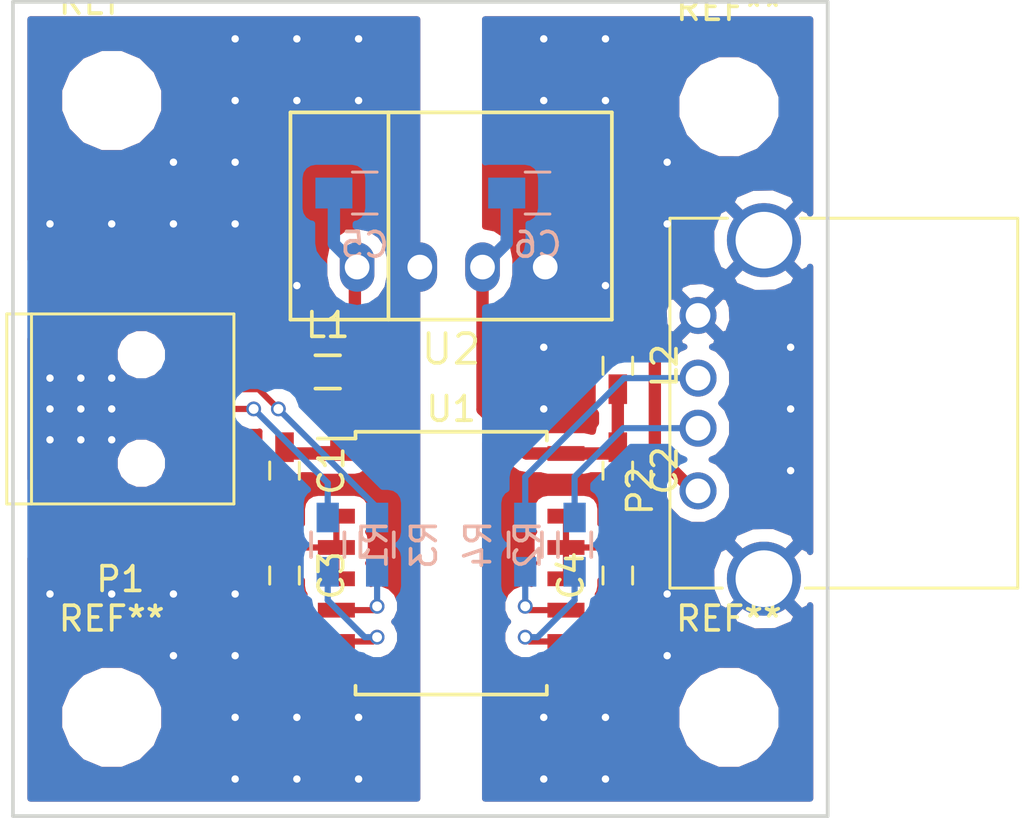
<source format=kicad_pcb>
(kicad_pcb (version 4) (host pcbnew 4.0.5)

  (general
    (links 84)
    (no_connects 1)
    (area 127.585714 82.525 172.175001 117.575)
    (thickness 1.6)
    (drawings 4)
    (tracks 71)
    (zones 0)
    (modules 72)
    (nets 17)
  )

  (page A4)
  (layers
    (0 F.Cu signal)
    (31 B.Cu signal)
    (32 B.Adhes user)
    (33 F.Adhes user)
    (34 B.Paste user)
    (35 F.Paste user)
    (36 B.SilkS user)
    (37 F.SilkS user)
    (38 B.Mask user)
    (39 F.Mask user)
    (40 Dwgs.User user)
    (41 Cmts.User user)
    (42 Eco1.User user)
    (43 Eco2.User user)
    (44 Edge.Cuts user)
    (45 Margin user)
    (46 B.CrtYd user)
    (47 F.CrtYd user)
    (48 B.Fab user)
    (49 F.Fab user)
  )

  (setup
    (last_trace_width 0.25)
    (trace_clearance 0.2)
    (zone_clearance 0.508)
    (zone_45_only no)
    (trace_min 0.006)
    (segment_width 0.2)
    (edge_width 0.15)
    (via_size 0.6)
    (via_drill 0.4)
    (via_min_size 0.027)
    (via_min_drill 0.013)
    (uvia_size 0.3)
    (uvia_drill 0.1)
    (uvias_allowed no)
    (uvia_min_size 0)
    (uvia_min_drill 0)
    (pcb_text_width 0.3)
    (pcb_text_size 1.5 1.5)
    (mod_edge_width 0.15)
    (mod_text_size 1 1)
    (mod_text_width 0.15)
    (pad_size 0.6 0.6)
    (pad_drill 0.3)
    (pad_to_mask_clearance 0.2)
    (aux_axis_origin 0 0)
    (visible_elements 7FFFFFDF)
    (pcbplotparams
      (layerselection 0x00030_80000001)
      (usegerberextensions false)
      (excludeedgelayer true)
      (linewidth 0.100000)
      (plotframeref false)
      (viasonmask false)
      (mode 1)
      (useauxorigin false)
      (hpglpennumber 1)
      (hpglpenspeed 20)
      (hpglpendiameter 15)
      (hpglpenoverlay 2)
      (psnegative false)
      (psa4output false)
      (plotreference true)
      (plotvalue true)
      (plotinvisibletext false)
      (padsonsilk false)
      (subtractmaskfromsilk false)
      (outputformat 1)
      (mirror false)
      (drillshape 1)
      (scaleselection 1)
      (outputdirectory ""))
  )

  (net 0 "")
  (net 1 VCC)
  (net 2 GND)
  (net 3 +5V)
  (net 4 GNDA)
  (net 5 "Net-(C3-Pad1)")
  (net 6 "Net-(C4-Pad2)")
  (net 7 "Net-(L1-Pad1)")
  (net 8 "Net-(L2-Pad1)")
  (net 9 "Net-(P1-Pad2)")
  (net 10 "Net-(P1-Pad3)")
  (net 11 "Net-(P2-Pad3)")
  (net 12 "Net-(P2-Pad2)")
  (net 13 "Net-(R1-Pad1)")
  (net 14 "Net-(R2-Pad2)")
  (net 15 "Net-(R3-Pad1)")
  (net 16 "Net-(R4-Pad2)")

  (net_class Default "This is the default net class."
    (clearance 0.2)
    (trace_width 0.25)
    (via_dia 0.6)
    (via_drill 0.4)
    (uvia_dia 0.3)
    (uvia_drill 0.1)
    (add_net GND)
    (add_net GNDA)
    (add_net "Net-(C3-Pad1)")
    (add_net "Net-(C4-Pad2)")
    (add_net "Net-(P1-Pad2)")
    (add_net "Net-(P1-Pad3)")
    (add_net "Net-(P2-Pad2)")
    (add_net "Net-(P2-Pad3)")
    (add_net "Net-(R1-Pad1)")
    (add_net "Net-(R2-Pad2)")
    (add_net "Net-(R3-Pad1)")
    (add_net "Net-(R4-Pad2)")
  )

  (net_class pwr ""
    (clearance 0.2)
    (trace_width 0.5)
    (via_dia 0.6)
    (via_drill 0.4)
    (uvia_dia 0.3)
    (uvia_drill 0.1)
    (add_net +5V)
    (add_net "Net-(L1-Pad1)")
    (add_net "Net-(L2-Pad1)")
    (add_net VCC)
  )

  (module USB_Iso:Via-0.6 (layer F.Cu) (tedit 58A2BF80) (tstamp 58A2E65D)
    (at 135 101.25)
    (fp_text reference REF** (at 0 1.27) (layer F.SilkS) hide
      (effects (font (size 1 1) (thickness 0.15)))
    )
    (fp_text value Via-0.6 (at 0 -1.27) (layer F.Fab) hide
      (effects (font (size 1 1) (thickness 0.15)))
    )
    (pad 1 thru_hole circle (at 0 0) (size 0.6 0.6) (drill 0.3) (layers *.Cu)
      (net 2 GND) (zone_connect 2))
  )

  (module USB_Iso:Via-0.6 (layer F.Cu) (tedit 58A2BF80) (tstamp 58A2E659)
    (at 135 98.75)
    (fp_text reference REF** (at 0 1.27) (layer F.SilkS) hide
      (effects (font (size 1 1) (thickness 0.15)))
    )
    (fp_text value Via-0.6 (at 0 -1.27) (layer F.Fab) hide
      (effects (font (size 1 1) (thickness 0.15)))
    )
    (pad 1 thru_hole circle (at 0 0) (size 0.6 0.6) (drill 0.3) (layers *.Cu)
      (net 2 GND) (zone_connect 2))
  )

  (module USB_Iso:Via-0.6 (layer F.Cu) (tedit 58A2BF80) (tstamp 58A2E655)
    (at 133.75 101.25)
    (fp_text reference REF** (at 0 1.27) (layer F.SilkS) hide
      (effects (font (size 1 1) (thickness 0.15)))
    )
    (fp_text value Via-0.6 (at 0 -1.27) (layer F.Fab) hide
      (effects (font (size 1 1) (thickness 0.15)))
    )
    (pad 1 thru_hole circle (at 0 0) (size 0.6 0.6) (drill 0.3) (layers *.Cu)
      (net 2 GND) (zone_connect 2))
  )

  (module USB_Iso:Via-0.6 (layer F.Cu) (tedit 58A2BF80) (tstamp 58A2E651)
    (at 132.5 101.25)
    (fp_text reference REF** (at 0 1.27) (layer F.SilkS) hide
      (effects (font (size 1 1) (thickness 0.15)))
    )
    (fp_text value Via-0.6 (at 0 -1.27) (layer F.Fab) hide
      (effects (font (size 1 1) (thickness 0.15)))
    )
    (pad 1 thru_hole circle (at 0 0) (size 0.6 0.6) (drill 0.3) (layers *.Cu)
      (net 2 GND) (zone_connect 2))
  )

  (module USB_Iso:Via-0.6 (layer F.Cu) (tedit 58A2BF80) (tstamp 58A2E64D)
    (at 132.5 98.75)
    (fp_text reference REF** (at 0 1.27) (layer F.SilkS) hide
      (effects (font (size 1 1) (thickness 0.15)))
    )
    (fp_text value Via-0.6 (at 0 -1.27) (layer F.Fab) hide
      (effects (font (size 1 1) (thickness 0.15)))
    )
    (pad 1 thru_hole circle (at 0 0) (size 0.6 0.6) (drill 0.3) (layers *.Cu)
      (net 2 GND) (zone_connect 2))
  )

  (module USB_Iso:Via-0.6 (layer F.Cu) (tedit 58A2BF80) (tstamp 58A2E649)
    (at 133.75 98.75)
    (fp_text reference REF** (at 0 1.27) (layer F.SilkS) hide
      (effects (font (size 1 1) (thickness 0.15)))
    )
    (fp_text value Via-0.6 (at 0 -1.27) (layer F.Fab) hide
      (effects (font (size 1 1) (thickness 0.15)))
    )
    (pad 1 thru_hole circle (at 0 0) (size 0.6 0.6) (drill 0.3) (layers *.Cu)
      (net 2 GND) (zone_connect 2))
  )

  (module USB_Iso:Via-0.6 (layer F.Cu) (tedit 58A2BF80) (tstamp 58A2E645)
    (at 133.75 100)
    (fp_text reference REF** (at 0 1.27) (layer F.SilkS) hide
      (effects (font (size 1 1) (thickness 0.15)))
    )
    (fp_text value Via-0.6 (at 0 -1.27) (layer F.Fab) hide
      (effects (font (size 1 1) (thickness 0.15)))
    )
    (pad 1 thru_hole circle (at 0 0) (size 0.6 0.6) (drill 0.3) (layers *.Cu)
      (net 2 GND) (zone_connect 2))
  )

  (module USB_Iso:Via-0.6 (layer F.Cu) (tedit 58A2C017) (tstamp 58A2C355)
    (at 157.5 110)
    (fp_text reference REF** (at 0 1.27) (layer F.SilkS) hide
      (effects (font (size 1 1) (thickness 0.15)))
    )
    (fp_text value Via-0.6 (at 0 -1.27) (layer F.Fab) hide
      (effects (font (size 1 1) (thickness 0.15)))
    )
    (pad 1 thru_hole circle (at 0 0) (size 0.6 0.6) (drill 0.3) (layers *.Cu)
      (net 4 GNDA) (zone_connect 2))
  )

  (module USB_Iso:Via-0.6 (layer F.Cu) (tedit 58A2C017) (tstamp 58A2C34D)
    (at 152.5 100)
    (fp_text reference REF** (at 0 1.27) (layer F.SilkS) hide
      (effects (font (size 1 1) (thickness 0.15)))
    )
    (fp_text value Via-0.6 (at 0 -1.27) (layer F.Fab) hide
      (effects (font (size 1 1) (thickness 0.15)))
    )
    (pad 1 thru_hole circle (at 0 0) (size 0.6 0.6) (drill 0.3) (layers *.Cu)
      (net 4 GNDA) (zone_connect 2))
  )

  (module USB_Iso:Via-0.6 (layer F.Cu) (tedit 58A2C017) (tstamp 58A2C346)
    (at 152.5 97.5)
    (fp_text reference REF** (at 0 1.27) (layer F.SilkS) hide
      (effects (font (size 1 1) (thickness 0.15)))
    )
    (fp_text value Via-0.6 (at 0 -1.27) (layer F.Fab) hide
      (effects (font (size 1 1) (thickness 0.15)))
    )
    (pad 1 thru_hole circle (at 0 0) (size 0.6 0.6) (drill 0.3) (layers *.Cu)
      (net 4 GNDA) (zone_connect 2))
  )

  (module USB_Iso:Via-0.6 (layer F.Cu) (tedit 58A2C017) (tstamp 58A2C33F)
    (at 155 95)
    (fp_text reference REF** (at 0 1.27) (layer F.SilkS) hide
      (effects (font (size 1 1) (thickness 0.15)))
    )
    (fp_text value Via-0.6 (at 0 -1.27) (layer F.Fab) hide
      (effects (font (size 1 1) (thickness 0.15)))
    )
    (pad 1 thru_hole circle (at 0 0) (size 0.6 0.6) (drill 0.3) (layers *.Cu)
      (net 4 GNDA) (zone_connect 2))
  )

  (module USB_Iso:Via-0.6 (layer F.Cu) (tedit 58A2C017) (tstamp 58A2C33B)
    (at 157.5 90)
    (fp_text reference REF** (at 0 1.27) (layer F.SilkS) hide
      (effects (font (size 1 1) (thickness 0.15)))
    )
    (fp_text value Via-0.6 (at 0 -1.27) (layer F.Fab) hide
      (effects (font (size 1 1) (thickness 0.15)))
    )
    (pad 1 thru_hole circle (at 0 0) (size 0.6 0.6) (drill 0.3) (layers *.Cu)
      (net 4 GNDA) (zone_connect 2))
  )

  (module USB_Iso:Via-0.6 (layer F.Cu) (tedit 58A2C017) (tstamp 58A2C337)
    (at 155 85)
    (fp_text reference REF** (at 0 1.27) (layer F.SilkS) hide
      (effects (font (size 1 1) (thickness 0.15)))
    )
    (fp_text value Via-0.6 (at 0 -1.27) (layer F.Fab) hide
      (effects (font (size 1 1) (thickness 0.15)))
    )
    (pad 1 thru_hole circle (at 0 0) (size 0.6 0.6) (drill 0.3) (layers *.Cu)
      (net 4 GNDA) (zone_connect 2))
  )

  (module USB_Iso:Via-0.6 (layer F.Cu) (tedit 58A2C017) (tstamp 58A2C333)
    (at 152.5 85)
    (fp_text reference REF** (at 0 1.27) (layer F.SilkS) hide
      (effects (font (size 1 1) (thickness 0.15)))
    )
    (fp_text value Via-0.6 (at 0 -1.27) (layer F.Fab) hide
      (effects (font (size 1 1) (thickness 0.15)))
    )
    (pad 1 thru_hole circle (at 0 0) (size 0.6 0.6) (drill 0.3) (layers *.Cu)
      (net 4 GNDA) (zone_connect 2))
  )

  (module USB_Iso:Via-0.6 (layer F.Cu) (tedit 58A2C017) (tstamp 58A2C32F)
    (at 152.5 87.5)
    (fp_text reference REF** (at 0 1.27) (layer F.SilkS) hide
      (effects (font (size 1 1) (thickness 0.15)))
    )
    (fp_text value Via-0.6 (at 0 -1.27) (layer F.Fab) hide
      (effects (font (size 1 1) (thickness 0.15)))
    )
    (pad 1 thru_hole circle (at 0 0) (size 0.6 0.6) (drill 0.3) (layers *.Cu)
      (net 4 GNDA) (zone_connect 2))
  )

  (module USB_Iso:Via-0.6 (layer F.Cu) (tedit 58A2C017) (tstamp 58A2C32B)
    (at 155 87.5)
    (fp_text reference REF** (at 0 1.27) (layer F.SilkS) hide
      (effects (font (size 1 1) (thickness 0.15)))
    )
    (fp_text value Via-0.6 (at 0 -1.27) (layer F.Fab) hide
      (effects (font (size 1 1) (thickness 0.15)))
    )
    (pad 1 thru_hole circle (at 0 0) (size 0.6 0.6) (drill 0.3) (layers *.Cu)
      (net 4 GNDA) (zone_connect 2))
  )

  (module USB_Iso:Via-0.6 (layer F.Cu) (tedit 58A2C017) (tstamp 58A2C327)
    (at 162.5 102.5)
    (fp_text reference REF** (at 0 1.27) (layer F.SilkS) hide
      (effects (font (size 1 1) (thickness 0.15)))
    )
    (fp_text value Via-0.6 (at 0 -1.27) (layer F.Fab) hide
      (effects (font (size 1 1) (thickness 0.15)))
    )
    (pad 1 thru_hole circle (at 0 0) (size 0.6 0.6) (drill 0.3) (layers *.Cu)
      (net 4 GNDA) (zone_connect 2))
  )

  (module USB_Iso:Via-0.6 (layer F.Cu) (tedit 58A2C017) (tstamp 58A2C323)
    (at 162.5 97.5)
    (fp_text reference REF** (at 0 1.27) (layer F.SilkS) hide
      (effects (font (size 1 1) (thickness 0.15)))
    )
    (fp_text value Via-0.6 (at 0 -1.27) (layer F.Fab) hide
      (effects (font (size 1 1) (thickness 0.15)))
    )
    (pad 1 thru_hole circle (at 0 0) (size 0.6 0.6) (drill 0.3) (layers *.Cu)
      (net 4 GNDA) (zone_connect 2))
  )

  (module USB_Iso:Via-0.6 (layer F.Cu) (tedit 58A2C017) (tstamp 58A2C31F)
    (at 162.5 100)
    (fp_text reference REF** (at 0 1.27) (layer F.SilkS) hide
      (effects (font (size 1 1) (thickness 0.15)))
    )
    (fp_text value Via-0.6 (at 0 -1.27) (layer F.Fab) hide
      (effects (font (size 1 1) (thickness 0.15)))
    )
    (pad 1 thru_hole circle (at 0 0) (size 0.6 0.6) (drill 0.3) (layers *.Cu)
      (net 4 GNDA) (zone_connect 2))
  )

  (module USB_Iso:Via-0.6 (layer F.Cu) (tedit 58A2C017) (tstamp 58A2C31B)
    (at 152.5 115)
    (fp_text reference REF** (at 0 1.27) (layer F.SilkS) hide
      (effects (font (size 1 1) (thickness 0.15)))
    )
    (fp_text value Via-0.6 (at 0 -1.27) (layer F.Fab) hide
      (effects (font (size 1 1) (thickness 0.15)))
    )
    (pad 1 thru_hole circle (at 0 0) (size 0.6 0.6) (drill 0.3) (layers *.Cu)
      (net 4 GNDA) (zone_connect 2))
  )

  (module USB_Iso:Via-0.6 (layer F.Cu) (tedit 58A2C017) (tstamp 58A2C317)
    (at 155 115)
    (fp_text reference REF** (at 0 1.27) (layer F.SilkS) hide
      (effects (font (size 1 1) (thickness 0.15)))
    )
    (fp_text value Via-0.6 (at 0 -1.27) (layer F.Fab) hide
      (effects (font (size 1 1) (thickness 0.15)))
    )
    (pad 1 thru_hole circle (at 0 0) (size 0.6 0.6) (drill 0.3) (layers *.Cu)
      (net 4 GNDA) (zone_connect 2))
  )

  (module USB_Iso:Via-0.6 (layer F.Cu) (tedit 58A2BF80) (tstamp 58A2C30D)
    (at 145 85)
    (fp_text reference REF** (at 0 1.27) (layer F.SilkS) hide
      (effects (font (size 1 1) (thickness 0.15)))
    )
    (fp_text value Via-0.6 (at 0 -1.27) (layer F.Fab) hide
      (effects (font (size 1 1) (thickness 0.15)))
    )
    (pad 1 thru_hole circle (at 0 0) (size 0.6 0.6) (drill 0.3) (layers *.Cu)
      (net 2 GND) (zone_connect 2))
  )

  (module USB_Iso:Via-0.6 (layer F.Cu) (tedit 58A2BF80) (tstamp 58A2C309)
    (at 142.5 85)
    (fp_text reference REF** (at 0 1.27) (layer F.SilkS) hide
      (effects (font (size 1 1) (thickness 0.15)))
    )
    (fp_text value Via-0.6 (at 0 -1.27) (layer F.Fab) hide
      (effects (font (size 1 1) (thickness 0.15)))
    )
    (pad 1 thru_hole circle (at 0 0) (size 0.6 0.6) (drill 0.3) (layers *.Cu)
      (net 2 GND) (zone_connect 2))
  )

  (module USB_Iso:Via-0.6 (layer F.Cu) (tedit 58A2BF80) (tstamp 58A2C305)
    (at 140 85)
    (fp_text reference REF** (at 0 1.27) (layer F.SilkS) hide
      (effects (font (size 1 1) (thickness 0.15)))
    )
    (fp_text value Via-0.6 (at 0 -1.27) (layer F.Fab) hide
      (effects (font (size 1 1) (thickness 0.15)))
    )
    (pad 1 thru_hole circle (at 0 0) (size 0.6 0.6) (drill 0.3) (layers *.Cu)
      (net 2 GND) (zone_connect 2))
  )

  (module USB_Iso:Via-0.6 (layer F.Cu) (tedit 58A2BF80) (tstamp 58A2C301)
    (at 132.5 107.5)
    (fp_text reference REF** (at 0 1.27) (layer F.SilkS) hide
      (effects (font (size 1 1) (thickness 0.15)))
    )
    (fp_text value Via-0.6 (at 0 -1.27) (layer F.Fab) hide
      (effects (font (size 1 1) (thickness 0.15)))
    )
    (pad 1 thru_hole circle (at 0 0) (size 0.6 0.6) (drill 0.3) (layers *.Cu)
      (net 2 GND) (zone_connect 2))
  )

  (module USB_Iso:Via-0.6 (layer F.Cu) (tedit 58A2BF80) (tstamp 58A2C2FD)
    (at 132.5 92.5)
    (fp_text reference REF** (at 0 1.27) (layer F.SilkS) hide
      (effects (font (size 1 1) (thickness 0.15)))
    )
    (fp_text value Via-0.6 (at 0 -1.27) (layer F.Fab) hide
      (effects (font (size 1 1) (thickness 0.15)))
    )
    (pad 1 thru_hole circle (at 0 0) (size 0.6 0.6) (drill 0.3) (layers *.Cu)
      (net 2 GND) (zone_connect 2))
  )

  (module USB_Iso:Via-0.6 (layer F.Cu) (tedit 58A2BF80) (tstamp 58A2C2F9)
    (at 135 92.5)
    (fp_text reference REF** (at 0 1.27) (layer F.SilkS) hide
      (effects (font (size 1 1) (thickness 0.15)))
    )
    (fp_text value Via-0.6 (at 0 -1.27) (layer F.Fab) hide
      (effects (font (size 1 1) (thickness 0.15)))
    )
    (pad 1 thru_hole circle (at 0 0) (size 0.6 0.6) (drill 0.3) (layers *.Cu)
      (net 2 GND) (zone_connect 2))
  )

  (module USB_Iso:Via-0.6 (layer F.Cu) (tedit 58A2BF80) (tstamp 58A2C2F5)
    (at 135 107.5)
    (fp_text reference REF** (at 0 1.27) (layer F.SilkS) hide
      (effects (font (size 1 1) (thickness 0.15)))
    )
    (fp_text value Via-0.6 (at 0 -1.27) (layer F.Fab) hide
      (effects (font (size 1 1) (thickness 0.15)))
    )
    (pad 1 thru_hole circle (at 0 0) (size 0.6 0.6) (drill 0.3) (layers *.Cu)
      (net 2 GND) (zone_connect 2))
  )

  (module USB_Iso:Via-0.6 (layer F.Cu) (tedit 58A2BF80) (tstamp 58A2C2F1)
    (at 140 115)
    (fp_text reference REF** (at 0 1.27) (layer F.SilkS) hide
      (effects (font (size 1 1) (thickness 0.15)))
    )
    (fp_text value Via-0.6 (at 0 -1.27) (layer F.Fab) hide
      (effects (font (size 1 1) (thickness 0.15)))
    )
    (pad 1 thru_hole circle (at 0 0) (size 0.6 0.6) (drill 0.3) (layers *.Cu)
      (net 2 GND) (zone_connect 2))
  )

  (module USB_Iso:Via-0.6 (layer F.Cu) (tedit 58A2BF80) (tstamp 58A2C2ED)
    (at 142.5 115)
    (fp_text reference REF** (at 0 1.27) (layer F.SilkS) hide
      (effects (font (size 1 1) (thickness 0.15)))
    )
    (fp_text value Via-0.6 (at 0 -1.27) (layer F.Fab) hide
      (effects (font (size 1 1) (thickness 0.15)))
    )
    (pad 1 thru_hole circle (at 0 0) (size 0.6 0.6) (drill 0.3) (layers *.Cu)
      (net 2 GND) (zone_connect 2))
  )

  (module Mounting_Holes:MountingHole_3mm (layer F.Cu) (tedit 56D1B4CB) (tstamp 58A2C168)
    (at 160 112.5)
    (descr "Mounting Hole 3mm, no annular")
    (tags "mounting hole 3mm no annular")
    (fp_text reference REF** (at 0 -4) (layer F.SilkS)
      (effects (font (size 1 1) (thickness 0.15)))
    )
    (fp_text value MountingHole_3mm (at 0 4) (layer F.Fab)
      (effects (font (size 1 1) (thickness 0.15)))
    )
    (fp_circle (center 0 0) (end 3 0) (layer Cmts.User) (width 0.15))
    (fp_circle (center 0 0) (end 3.25 0) (layer F.CrtYd) (width 0.05))
    (pad 1 np_thru_hole circle (at 0 0) (size 3 3) (drill 3) (layers *.Cu *.Mask))
  )

  (module Mounting_Holes:MountingHole_3mm (layer F.Cu) (tedit 56D1B4CB) (tstamp 58A2C162)
    (at 160 87.75)
    (descr "Mounting Hole 3mm, no annular")
    (tags "mounting hole 3mm no annular")
    (fp_text reference REF** (at 0 -4) (layer F.SilkS)
      (effects (font (size 1 1) (thickness 0.15)))
    )
    (fp_text value MountingHole_3mm (at 0 4) (layer F.Fab)
      (effects (font (size 1 1) (thickness 0.15)))
    )
    (fp_circle (center 0 0) (end 3 0) (layer Cmts.User) (width 0.15))
    (fp_circle (center 0 0) (end 3.25 0) (layer F.CrtYd) (width 0.05))
    (pad 1 np_thru_hole circle (at 0 0) (size 3 3) (drill 3) (layers *.Cu *.Mask))
  )

  (module USB_Iso:Via-0.6 (layer F.Cu) (tedit 58A2C017) (tstamp 58A2C06D)
    (at 157.5 92.5)
    (fp_text reference REF** (at 0 1.27) (layer F.SilkS) hide
      (effects (font (size 1 1) (thickness 0.15)))
    )
    (fp_text value Via-0.6 (at 0 -1.27) (layer F.Fab) hide
      (effects (font (size 1 1) (thickness 0.15)))
    )
    (pad 1 thru_hole circle (at 0 0) (size 0.6 0.6) (drill 0.3) (layers *.Cu)
      (net 4 GNDA) (zone_connect 2))
  )

  (module USB_Iso:Via-0.6 (layer F.Cu) (tedit 58A2C017) (tstamp 58A2C03F)
    (at 157.5 107.5)
    (fp_text reference REF** (at 0 1.27) (layer F.SilkS) hide
      (effects (font (size 1 1) (thickness 0.15)))
    )
    (fp_text value Via-0.6 (at 0 -1.27) (layer F.Fab) hide
      (effects (font (size 1 1) (thickness 0.15)))
    )
    (pad 1 thru_hole circle (at 0 0) (size 0.6 0.6) (drill 0.3) (layers *.Cu)
      (net 4 GNDA) (zone_connect 2))
  )

  (module USB_Iso:Via-0.6 (layer F.Cu) (tedit 58A2C017) (tstamp 58A2C023)
    (at 155 112.5)
    (fp_text reference REF** (at 0 1.27) (layer F.SilkS) hide
      (effects (font (size 1 1) (thickness 0.15)))
    )
    (fp_text value Via-0.6 (at 0 -1.27) (layer F.Fab) hide
      (effects (font (size 1 1) (thickness 0.15)))
    )
    (pad 1 thru_hole circle (at 0 0) (size 0.6 0.6) (drill 0.3) (layers *.Cu)
      (net 4 GNDA) (zone_connect 2))
  )

  (module USB_Iso:Via-0.6 (layer F.Cu) (tedit 58A2C017) (tstamp 58A2C00D)
    (at 152.5 112.5)
    (fp_text reference REF** (at 0 1.27) (layer F.SilkS) hide
      (effects (font (size 1 1) (thickness 0.15)))
    )
    (fp_text value Via-0.6 (at 0 -1.27) (layer F.Fab) hide
      (effects (font (size 1 1) (thickness 0.15)))
    )
    (pad 1 thru_hole circle (at 0 0) (size 0.6 0.6) (drill 0.3) (layers *.Cu)
      (net 4 GNDA) (zone_connect 2))
  )

  (module USB_Iso:Via-0.6 (layer F.Cu) (tedit 58A2BF80) (tstamp 58A2BFFC)
    (at 132.5 100)
    (fp_text reference REF** (at 0 1.27) (layer F.SilkS) hide
      (effects (font (size 1 1) (thickness 0.15)))
    )
    (fp_text value Via-0.6 (at 0 -1.27) (layer F.Fab) hide
      (effects (font (size 1 1) (thickness 0.15)))
    )
    (pad 1 thru_hole circle (at 0 0) (size 0.6 0.6) (drill 0.3) (layers *.Cu)
      (net 2 GND) (zone_connect 2))
  )

  (module USB_Iso:Via-0.6 (layer F.Cu) (tedit 58A2BF80) (tstamp 58A2BFF8)
    (at 135 100)
    (fp_text reference REF** (at 0 1.27) (layer F.SilkS) hide
      (effects (font (size 1 1) (thickness 0.15)))
    )
    (fp_text value Via-0.6 (at 0 -1.27) (layer F.Fab) hide
      (effects (font (size 1 1) (thickness 0.15)))
    )
    (pad 1 thru_hole circle (at 0 0) (size 0.6 0.6) (drill 0.3) (layers *.Cu)
      (net 2 GND) (zone_connect 2))
  )

  (module USB_Iso:Via-0.6 (layer F.Cu) (tedit 58A2BF80) (tstamp 58A2BFF4)
    (at 137.5 90)
    (fp_text reference REF** (at 0 1.27) (layer F.SilkS) hide
      (effects (font (size 1 1) (thickness 0.15)))
    )
    (fp_text value Via-0.6 (at 0 -1.27) (layer F.Fab) hide
      (effects (font (size 1 1) (thickness 0.15)))
    )
    (pad 1 thru_hole circle (at 0 0) (size 0.6 0.6) (drill 0.3) (layers *.Cu)
      (net 2 GND) (zone_connect 2))
  )

  (module USB_Iso:Via-0.6 (layer F.Cu) (tedit 58A2BF80) (tstamp 58A2BFF0)
    (at 137.5 92.5)
    (fp_text reference REF** (at 0 1.27) (layer F.SilkS) hide
      (effects (font (size 1 1) (thickness 0.15)))
    )
    (fp_text value Via-0.6 (at 0 -1.27) (layer F.Fab) hide
      (effects (font (size 1 1) (thickness 0.15)))
    )
    (pad 1 thru_hole circle (at 0 0) (size 0.6 0.6) (drill 0.3) (layers *.Cu)
      (net 2 GND) (zone_connect 2))
  )

  (module USB_Iso:Via-0.6 (layer F.Cu) (tedit 58A2BF80) (tstamp 58A2BFEC)
    (at 137.5 110)
    (fp_text reference REF** (at 0 1.27) (layer F.SilkS) hide
      (effects (font (size 1 1) (thickness 0.15)))
    )
    (fp_text value Via-0.6 (at 0 -1.27) (layer F.Fab) hide
      (effects (font (size 1 1) (thickness 0.15)))
    )
    (pad 1 thru_hole circle (at 0 0) (size 0.6 0.6) (drill 0.3) (layers *.Cu)
      (net 2 GND) (zone_connect 2))
  )

  (module USB_Iso:Via-0.6 (layer F.Cu) (tedit 58A2BF80) (tstamp 58A2BFE8)
    (at 137.5 107.5)
    (fp_text reference REF** (at 0 1.27) (layer F.SilkS) hide
      (effects (font (size 1 1) (thickness 0.15)))
    )
    (fp_text value Via-0.6 (at 0 -1.27) (layer F.Fab) hide
      (effects (font (size 1 1) (thickness 0.15)))
    )
    (pad 1 thru_hole circle (at 0 0) (size 0.6 0.6) (drill 0.3) (layers *.Cu)
      (net 2 GND) (zone_connect 2))
  )

  (module USB_Iso:Via-0.6 (layer F.Cu) (tedit 58A2BF80) (tstamp 58A2BFE3)
    (at 145 115)
    (fp_text reference REF** (at 0 1.27) (layer F.SilkS) hide
      (effects (font (size 1 1) (thickness 0.15)))
    )
    (fp_text value Via-0.6 (at 0 -1.27) (layer F.Fab) hide
      (effects (font (size 1 1) (thickness 0.15)))
    )
    (pad 1 thru_hole circle (at 0 0) (size 0.6 0.6) (drill 0.3) (layers *.Cu)
      (net 2 GND) (zone_connect 2))
  )

  (module USB_Iso:Via-0.6 (layer F.Cu) (tedit 58A2BF80) (tstamp 58A2BFD7)
    (at 142.5 95)
    (fp_text reference REF** (at 0 1.27) (layer F.SilkS) hide
      (effects (font (size 1 1) (thickness 0.15)))
    )
    (fp_text value Via-0.6 (at 0 -1.27) (layer F.Fab) hide
      (effects (font (size 1 1) (thickness 0.15)))
    )
    (pad 1 thru_hole circle (at 0 0) (size 0.6 0.6) (drill 0.3) (layers *.Cu)
      (net 2 GND) (zone_connect 2))
  )

  (module USB_Iso:Via-0.6 (layer F.Cu) (tedit 58A2BF80) (tstamp 58A2BFD3)
    (at 145 87.5)
    (fp_text reference REF** (at 0 1.27) (layer F.SilkS) hide
      (effects (font (size 1 1) (thickness 0.15)))
    )
    (fp_text value Via-0.6 (at 0 -1.27) (layer F.Fab) hide
      (effects (font (size 1 1) (thickness 0.15)))
    )
    (pad 1 thru_hole circle (at 0 0) (size 0.6 0.6) (drill 0.3) (layers *.Cu)
      (net 2 GND) (zone_connect 2))
  )

  (module USB_Iso:Via-0.6 (layer F.Cu) (tedit 58A2BF80) (tstamp 58A2BFCF)
    (at 142.5 87.5)
    (fp_text reference REF** (at 0 1.27) (layer F.SilkS) hide
      (effects (font (size 1 1) (thickness 0.15)))
    )
    (fp_text value Via-0.6 (at 0 -1.27) (layer F.Fab) hide
      (effects (font (size 1 1) (thickness 0.15)))
    )
    (pad 1 thru_hole circle (at 0 0) (size 0.6 0.6) (drill 0.3) (layers *.Cu)
      (net 2 GND) (zone_connect 2))
  )

  (module USB_Iso:Via-0.6 (layer F.Cu) (tedit 58A2BF80) (tstamp 58A2BFCB)
    (at 145 112.5)
    (fp_text reference REF** (at 0 1.27) (layer F.SilkS) hide
      (effects (font (size 1 1) (thickness 0.15)))
    )
    (fp_text value Via-0.6 (at 0 -1.27) (layer F.Fab) hide
      (effects (font (size 1 1) (thickness 0.15)))
    )
    (pad 1 thru_hole circle (at 0 0) (size 0.6 0.6) (drill 0.3) (layers *.Cu)
      (net 2 GND) (zone_connect 2))
  )

  (module USB_Iso:Via-0.6 (layer F.Cu) (tedit 58A2BF80) (tstamp 58A2BFC7)
    (at 142.5 112.5)
    (fp_text reference REF** (at 0 1.27) (layer F.SilkS) hide
      (effects (font (size 1 1) (thickness 0.15)))
    )
    (fp_text value Via-0.6 (at 0 -1.27) (layer F.Fab) hide
      (effects (font (size 1 1) (thickness 0.15)))
    )
    (pad 1 thru_hole circle (at 0 0) (size 0.6 0.6) (drill 0.3) (layers *.Cu)
      (net 2 GND) (zone_connect 2))
  )

  (module USB_Iso:Via-0.6 (layer F.Cu) (tedit 58A2BF80) (tstamp 58A2BFC3)
    (at 140 107.5)
    (fp_text reference REF** (at 0 1.27) (layer F.SilkS) hide
      (effects (font (size 1 1) (thickness 0.15)))
    )
    (fp_text value Via-0.6 (at 0 -1.27) (layer F.Fab) hide
      (effects (font (size 1 1) (thickness 0.15)))
    )
    (pad 1 thru_hole circle (at 0 0) (size 0.6 0.6) (drill 0.3) (layers *.Cu)
      (net 2 GND) (zone_connect 2))
  )

  (module USB_Iso:Via-0.6 (layer F.Cu) (tedit 58A2BF80) (tstamp 58A2BFBF)
    (at 140 110)
    (fp_text reference REF** (at 0 1.27) (layer F.SilkS) hide
      (effects (font (size 1 1) (thickness 0.15)))
    )
    (fp_text value Via-0.6 (at 0 -1.27) (layer F.Fab) hide
      (effects (font (size 1 1) (thickness 0.15)))
    )
    (pad 1 thru_hole circle (at 0 0) (size 0.6 0.6) (drill 0.3) (layers *.Cu)
      (net 2 GND) (zone_connect 2))
  )

  (module USB_Iso:Via-0.6 (layer F.Cu) (tedit 58A2BF80) (tstamp 58A2BFBB)
    (at 140 112.5)
    (fp_text reference REF** (at 0 1.27) (layer F.SilkS) hide
      (effects (font (size 1 1) (thickness 0.15)))
    )
    (fp_text value Via-0.6 (at 0 -1.27) (layer F.Fab) hide
      (effects (font (size 1 1) (thickness 0.15)))
    )
    (pad 1 thru_hole circle (at 0 0) (size 0.6 0.6) (drill 0.3) (layers *.Cu)
      (net 2 GND) (zone_connect 2))
  )

  (module USB_Iso:Via-0.6 (layer F.Cu) (tedit 58A2BF80) (tstamp 58A2BFB7)
    (at 140 92.5)
    (fp_text reference REF** (at 0 1.27) (layer F.SilkS) hide
      (effects (font (size 1 1) (thickness 0.15)))
    )
    (fp_text value Via-0.6 (at 0 -1.27) (layer F.Fab) hide
      (effects (font (size 1 1) (thickness 0.15)))
    )
    (pad 1 thru_hole circle (at 0 0) (size 0.6 0.6) (drill 0.3) (layers *.Cu)
      (net 2 GND) (zone_connect 2))
  )

  (module USB_Iso:Via-0.6 (layer F.Cu) (tedit 58A2BF80) (tstamp 58A2BFB3)
    (at 140 90)
    (fp_text reference REF** (at 0 1.27) (layer F.SilkS) hide
      (effects (font (size 1 1) (thickness 0.15)))
    )
    (fp_text value Via-0.6 (at 0 -1.27) (layer F.Fab) hide
      (effects (font (size 1 1) (thickness 0.15)))
    )
    (pad 1 thru_hole circle (at 0 0) (size 0.6 0.6) (drill 0.3) (layers *.Cu)
      (net 2 GND) (zone_connect 2))
  )

  (module Mounting_Holes:MountingHole_3mm (layer F.Cu) (tedit 56D1B4CB) (tstamp 58A2BFAA)
    (at 135 87.5)
    (descr "Mounting Hole 3mm, no annular")
    (tags "mounting hole 3mm no annular")
    (fp_text reference REF** (at 0 -4) (layer F.SilkS)
      (effects (font (size 1 1) (thickness 0.15)))
    )
    (fp_text value MountingHole_3mm (at 0 4) (layer F.Fab)
      (effects (font (size 1 1) (thickness 0.15)))
    )
    (fp_circle (center 0 0) (end 3 0) (layer Cmts.User) (width 0.15))
    (fp_circle (center 0 0) (end 3.25 0) (layer F.CrtYd) (width 0.05))
    (pad 1 np_thru_hole circle (at 0 0) (size 3 3) (drill 3) (layers *.Cu *.Mask))
  )

  (module Capacitors_SMD:C_0603_HandSoldering (layer F.Cu) (tedit 541A9B4D) (tstamp 58A28533)
    (at 142 102.5 270)
    (descr "Capacitor SMD 0603, hand soldering")
    (tags "capacitor 0603")
    (path /58A2F410)
    (zone_connect 2)
    (attr smd)
    (fp_text reference C1 (at 0 -1.9 270) (layer F.SilkS)
      (effects (font (size 1 1) (thickness 0.15)))
    )
    (fp_text value 0u1 (at 0 1.9 270) (layer F.Fab)
      (effects (font (size 1 1) (thickness 0.15)))
    )
    (fp_line (start -0.8 0.4) (end -0.8 -0.4) (layer F.Fab) (width 0.1))
    (fp_line (start 0.8 0.4) (end -0.8 0.4) (layer F.Fab) (width 0.1))
    (fp_line (start 0.8 -0.4) (end 0.8 0.4) (layer F.Fab) (width 0.1))
    (fp_line (start -0.8 -0.4) (end 0.8 -0.4) (layer F.Fab) (width 0.1))
    (fp_line (start -1.85 -0.75) (end 1.85 -0.75) (layer F.CrtYd) (width 0.05))
    (fp_line (start -1.85 0.75) (end 1.85 0.75) (layer F.CrtYd) (width 0.05))
    (fp_line (start -1.85 -0.75) (end -1.85 0.75) (layer F.CrtYd) (width 0.05))
    (fp_line (start 1.85 -0.75) (end 1.85 0.75) (layer F.CrtYd) (width 0.05))
    (fp_line (start -0.35 -0.6) (end 0.35 -0.6) (layer F.SilkS) (width 0.12))
    (fp_line (start 0.35 0.6) (end -0.35 0.6) (layer F.SilkS) (width 0.12))
    (pad 1 smd rect (at -0.95 0 270) (size 1.2 0.75) (layers F.Cu F.Paste F.Mask)
      (net 1 VCC) (zone_connect 2))
    (pad 2 smd rect (at 0.95 0 270) (size 1.2 0.75) (layers F.Cu F.Paste F.Mask)
      (net 2 GND) (zone_connect 2))
    (model Capacitors_SMD.3dshapes/C_0603_HandSoldering.wrl
      (at (xyz 0 0 0))
      (scale (xyz 1 1 1))
      (rotate (xyz 0 0 0))
    )
  )

  (module Capacitors_SMD:C_0603_HandSoldering (layer F.Cu) (tedit 541A9B4D) (tstamp 58A28539)
    (at 155.5 102.5 270)
    (descr "Capacitor SMD 0603, hand soldering")
    (tags "capacitor 0603")
    (path /58A2F336)
    (zone_connect 2)
    (attr smd)
    (fp_text reference C2 (at 0 -1.9 270) (layer F.SilkS)
      (effects (font (size 1 1) (thickness 0.15)))
    )
    (fp_text value 0u1 (at 0 1.9 270) (layer F.Fab)
      (effects (font (size 1 1) (thickness 0.15)))
    )
    (fp_line (start -0.8 0.4) (end -0.8 -0.4) (layer F.Fab) (width 0.1))
    (fp_line (start 0.8 0.4) (end -0.8 0.4) (layer F.Fab) (width 0.1))
    (fp_line (start 0.8 -0.4) (end 0.8 0.4) (layer F.Fab) (width 0.1))
    (fp_line (start -0.8 -0.4) (end 0.8 -0.4) (layer F.Fab) (width 0.1))
    (fp_line (start -1.85 -0.75) (end 1.85 -0.75) (layer F.CrtYd) (width 0.05))
    (fp_line (start -1.85 0.75) (end 1.85 0.75) (layer F.CrtYd) (width 0.05))
    (fp_line (start -1.85 -0.75) (end -1.85 0.75) (layer F.CrtYd) (width 0.05))
    (fp_line (start 1.85 -0.75) (end 1.85 0.75) (layer F.CrtYd) (width 0.05))
    (fp_line (start -0.35 -0.6) (end 0.35 -0.6) (layer F.SilkS) (width 0.12))
    (fp_line (start 0.35 0.6) (end -0.35 0.6) (layer F.SilkS) (width 0.12))
    (pad 1 smd rect (at -0.95 0 270) (size 1.2 0.75) (layers F.Cu F.Paste F.Mask)
      (net 3 +5V) (zone_connect 2))
    (pad 2 smd rect (at 0.95 0 270) (size 1.2 0.75) (layers F.Cu F.Paste F.Mask)
      (net 4 GNDA) (zone_connect 2))
    (model Capacitors_SMD.3dshapes/C_0603_HandSoldering.wrl
      (at (xyz 0 0 0))
      (scale (xyz 1 1 1))
      (rotate (xyz 0 0 0))
    )
  )

  (module Capacitors_SMD:C_0603_HandSoldering (layer F.Cu) (tedit 541A9B4D) (tstamp 58A2853F)
    (at 142 106.75 270)
    (descr "Capacitor SMD 0603, hand soldering")
    (tags "capacitor 0603")
    (path /58A2F6A6)
    (zone_connect 2)
    (attr smd)
    (fp_text reference C3 (at 0 -1.9 270) (layer F.SilkS)
      (effects (font (size 1 1) (thickness 0.15)))
    )
    (fp_text value 0u1 (at 0 1.9 270) (layer F.Fab)
      (effects (font (size 1 1) (thickness 0.15)))
    )
    (fp_line (start -0.8 0.4) (end -0.8 -0.4) (layer F.Fab) (width 0.1))
    (fp_line (start 0.8 0.4) (end -0.8 0.4) (layer F.Fab) (width 0.1))
    (fp_line (start 0.8 -0.4) (end 0.8 0.4) (layer F.Fab) (width 0.1))
    (fp_line (start -0.8 -0.4) (end 0.8 -0.4) (layer F.Fab) (width 0.1))
    (fp_line (start -1.85 -0.75) (end 1.85 -0.75) (layer F.CrtYd) (width 0.05))
    (fp_line (start -1.85 0.75) (end 1.85 0.75) (layer F.CrtYd) (width 0.05))
    (fp_line (start -1.85 -0.75) (end -1.85 0.75) (layer F.CrtYd) (width 0.05))
    (fp_line (start 1.85 -0.75) (end 1.85 0.75) (layer F.CrtYd) (width 0.05))
    (fp_line (start -0.35 -0.6) (end 0.35 -0.6) (layer F.SilkS) (width 0.12))
    (fp_line (start 0.35 0.6) (end -0.35 0.6) (layer F.SilkS) (width 0.12))
    (pad 1 smd rect (at -0.95 0 270) (size 1.2 0.75) (layers F.Cu F.Paste F.Mask)
      (net 5 "Net-(C3-Pad1)") (zone_connect 2))
    (pad 2 smd rect (at 0.95 0 270) (size 1.2 0.75) (layers F.Cu F.Paste F.Mask)
      (net 2 GND) (zone_connect 2))
    (model Capacitors_SMD.3dshapes/C_0603_HandSoldering.wrl
      (at (xyz 0 0 0))
      (scale (xyz 1 1 1))
      (rotate (xyz 0 0 0))
    )
  )

  (module Capacitors_SMD:C_0603_HandSoldering (layer F.Cu) (tedit 541A9B4D) (tstamp 58A28545)
    (at 155.5 106.75 90)
    (descr "Capacitor SMD 0603, hand soldering")
    (tags "capacitor 0603")
    (path /58A2F3A7)
    (zone_connect 2)
    (attr smd)
    (fp_text reference C4 (at 0 -1.9 90) (layer F.SilkS)
      (effects (font (size 1 1) (thickness 0.15)))
    )
    (fp_text value 0u1 (at 0 1.9 90) (layer F.Fab)
      (effects (font (size 1 1) (thickness 0.15)))
    )
    (fp_line (start -0.8 0.4) (end -0.8 -0.4) (layer F.Fab) (width 0.1))
    (fp_line (start 0.8 0.4) (end -0.8 0.4) (layer F.Fab) (width 0.1))
    (fp_line (start 0.8 -0.4) (end 0.8 0.4) (layer F.Fab) (width 0.1))
    (fp_line (start -0.8 -0.4) (end 0.8 -0.4) (layer F.Fab) (width 0.1))
    (fp_line (start -1.85 -0.75) (end 1.85 -0.75) (layer F.CrtYd) (width 0.05))
    (fp_line (start -1.85 0.75) (end 1.85 0.75) (layer F.CrtYd) (width 0.05))
    (fp_line (start -1.85 -0.75) (end -1.85 0.75) (layer F.CrtYd) (width 0.05))
    (fp_line (start 1.85 -0.75) (end 1.85 0.75) (layer F.CrtYd) (width 0.05))
    (fp_line (start -0.35 -0.6) (end 0.35 -0.6) (layer F.SilkS) (width 0.12))
    (fp_line (start 0.35 0.6) (end -0.35 0.6) (layer F.SilkS) (width 0.12))
    (pad 1 smd rect (at -0.95 0 90) (size 1.2 0.75) (layers F.Cu F.Paste F.Mask)
      (net 4 GNDA) (zone_connect 2))
    (pad 2 smd rect (at 0.95 0 90) (size 1.2 0.75) (layers F.Cu F.Paste F.Mask)
      (net 6 "Net-(C4-Pad2)") (zone_connect 2))
    (model Capacitors_SMD.3dshapes/C_0603_HandSoldering.wrl
      (at (xyz 0 0 0))
      (scale (xyz 1 1 1))
      (rotate (xyz 0 0 0))
    )
  )

  (module Capacitors_SMD:C_0805_HandSoldering (layer B.Cu) (tedit 541A9B8D) (tstamp 58A2854B)
    (at 145.25 91.25)
    (descr "Capacitor SMD 0805, hand soldering")
    (tags "capacitor 0805")
    (path /58A32B50)
    (zone_connect 2)
    (attr smd)
    (fp_text reference C5 (at 0 2.1) (layer B.SilkS)
      (effects (font (size 1 1) (thickness 0.15)) (justify mirror))
    )
    (fp_text value 10u (at 0 -2.1) (layer B.Fab)
      (effects (font (size 1 1) (thickness 0.15)) (justify mirror))
    )
    (fp_line (start -1 -0.625) (end -1 0.625) (layer B.Fab) (width 0.1))
    (fp_line (start 1 -0.625) (end -1 -0.625) (layer B.Fab) (width 0.1))
    (fp_line (start 1 0.625) (end 1 -0.625) (layer B.Fab) (width 0.1))
    (fp_line (start -1 0.625) (end 1 0.625) (layer B.Fab) (width 0.1))
    (fp_line (start -2.3 1) (end 2.3 1) (layer B.CrtYd) (width 0.05))
    (fp_line (start -2.3 -1) (end 2.3 -1) (layer B.CrtYd) (width 0.05))
    (fp_line (start -2.3 1) (end -2.3 -1) (layer B.CrtYd) (width 0.05))
    (fp_line (start 2.3 1) (end 2.3 -1) (layer B.CrtYd) (width 0.05))
    (fp_line (start 0.5 0.85) (end -0.5 0.85) (layer B.SilkS) (width 0.12))
    (fp_line (start -0.5 -0.85) (end 0.5 -0.85) (layer B.SilkS) (width 0.12))
    (pad 1 smd rect (at -1.25 0) (size 1.5 1.25) (layers B.Cu B.Paste B.Mask)
      (net 1 VCC) (zone_connect 2))
    (pad 2 smd rect (at 1.25 0) (size 1.5 1.25) (layers B.Cu B.Paste B.Mask)
      (net 2 GND) (zone_connect 2))
    (model Capacitors_SMD.3dshapes/C_0805_HandSoldering.wrl
      (at (xyz 0 0 0))
      (scale (xyz 1 1 1))
      (rotate (xyz 0 0 0))
    )
  )

  (module Capacitors_SMD:C_0805_HandSoldering (layer B.Cu) (tedit 541A9B8D) (tstamp 58A28551)
    (at 152.25 91.25)
    (descr "Capacitor SMD 0805, hand soldering")
    (tags "capacitor 0805")
    (path /58A32B07)
    (zone_connect 2)
    (attr smd)
    (fp_text reference C6 (at 0 2.1) (layer B.SilkS)
      (effects (font (size 1 1) (thickness 0.15)) (justify mirror))
    )
    (fp_text value 10u (at 0 -2.1) (layer B.Fab)
      (effects (font (size 1 1) (thickness 0.15)) (justify mirror))
    )
    (fp_line (start -1 -0.625) (end -1 0.625) (layer B.Fab) (width 0.1))
    (fp_line (start 1 -0.625) (end -1 -0.625) (layer B.Fab) (width 0.1))
    (fp_line (start 1 0.625) (end 1 -0.625) (layer B.Fab) (width 0.1))
    (fp_line (start -1 0.625) (end 1 0.625) (layer B.Fab) (width 0.1))
    (fp_line (start -2.3 1) (end 2.3 1) (layer B.CrtYd) (width 0.05))
    (fp_line (start -2.3 -1) (end 2.3 -1) (layer B.CrtYd) (width 0.05))
    (fp_line (start -2.3 1) (end -2.3 -1) (layer B.CrtYd) (width 0.05))
    (fp_line (start 2.3 1) (end 2.3 -1) (layer B.CrtYd) (width 0.05))
    (fp_line (start 0.5 0.85) (end -0.5 0.85) (layer B.SilkS) (width 0.12))
    (fp_line (start -0.5 -0.85) (end 0.5 -0.85) (layer B.SilkS) (width 0.12))
    (pad 1 smd rect (at -1.25 0) (size 1.5 1.25) (layers B.Cu B.Paste B.Mask)
      (net 3 +5V) (zone_connect 2))
    (pad 2 smd rect (at 1.25 0) (size 1.5 1.25) (layers B.Cu B.Paste B.Mask)
      (net 4 GNDA) (zone_connect 2))
    (model Capacitors_SMD.3dshapes/C_0805_HandSoldering.wrl
      (at (xyz 0 0 0))
      (scale (xyz 1 1 1))
      (rotate (xyz 0 0 0))
    )
  )

  (module Resistors_SMD:R_0603_HandSoldering (layer F.Cu) (tedit 58307AEF) (tstamp 58A28557)
    (at 143.75 98.5)
    (descr "Resistor SMD 0603, hand soldering")
    (tags "resistor 0603")
    (path /58A2C7DF)
    (attr smd)
    (fp_text reference L1 (at 0 -1.9) (layer F.SilkS)
      (effects (font (size 1 1) (thickness 0.15)))
    )
    (fp_text value Ferrite_Bead_Small (at 0 1.9) (layer F.Fab)
      (effects (font (size 1 1) (thickness 0.15)))
    )
    (fp_line (start -0.8 0.4) (end -0.8 -0.4) (layer F.Fab) (width 0.1))
    (fp_line (start 0.8 0.4) (end -0.8 0.4) (layer F.Fab) (width 0.1))
    (fp_line (start 0.8 -0.4) (end 0.8 0.4) (layer F.Fab) (width 0.1))
    (fp_line (start -0.8 -0.4) (end 0.8 -0.4) (layer F.Fab) (width 0.1))
    (fp_line (start -2 -0.8) (end 2 -0.8) (layer F.CrtYd) (width 0.05))
    (fp_line (start -2 0.8) (end 2 0.8) (layer F.CrtYd) (width 0.05))
    (fp_line (start -2 -0.8) (end -2 0.8) (layer F.CrtYd) (width 0.05))
    (fp_line (start 2 -0.8) (end 2 0.8) (layer F.CrtYd) (width 0.05))
    (fp_line (start 0.5 0.675) (end -0.5 0.675) (layer F.SilkS) (width 0.15))
    (fp_line (start -0.5 -0.675) (end 0.5 -0.675) (layer F.SilkS) (width 0.15))
    (pad 1 smd rect (at -1.1 0) (size 1.2 0.9) (layers F.Cu F.Paste F.Mask)
      (net 7 "Net-(L1-Pad1)"))
    (pad 2 smd rect (at 1.1 0) (size 1.2 0.9) (layers F.Cu F.Paste F.Mask)
      (net 1 VCC))
    (model Resistors_SMD.3dshapes/R_0603_HandSoldering.wrl
      (at (xyz 0 0 0))
      (scale (xyz 1 1 1))
      (rotate (xyz 0 0 0))
    )
  )

  (module Connect:USB_A (layer F.Cu) (tedit 5543E289) (tstamp 58A28574)
    (at 158.75 103.32 90)
    (descr "USB A connector")
    (tags "USB USB_A")
    (path /58A2801B)
    (fp_text reference P2 (at 0 -2.35 90) (layer F.SilkS)
      (effects (font (size 1 1) (thickness 0.15)))
    )
    (fp_text value USB_A (at 3.84 7.44 90) (layer F.Fab)
      (effects (font (size 1 1) (thickness 0.15)))
    )
    (fp_line (start -5.3 13.2) (end -5.3 -1.4) (layer F.CrtYd) (width 0.05))
    (fp_line (start 11.95 -1.4) (end 11.95 13.2) (layer F.CrtYd) (width 0.05))
    (fp_line (start -5.3 13.2) (end 11.95 13.2) (layer F.CrtYd) (width 0.05))
    (fp_line (start -5.3 -1.4) (end 11.95 -1.4) (layer F.CrtYd) (width 0.05))
    (fp_line (start 11.05 -1.14) (end 11.05 1.19) (layer F.SilkS) (width 0.12))
    (fp_line (start -3.94 -1.14) (end -3.94 0.98) (layer F.SilkS) (width 0.12))
    (fp_line (start 11.05 -1.14) (end -3.94 -1.14) (layer F.SilkS) (width 0.12))
    (fp_line (start 11.05 12.95) (end -3.94 12.95) (layer F.SilkS) (width 0.12))
    (fp_line (start 11.05 4.15) (end 11.05 12.95) (layer F.SilkS) (width 0.12))
    (fp_line (start -3.94 4.35) (end -3.94 12.95) (layer F.SilkS) (width 0.12))
    (pad 4 thru_hole circle (at 7.11 0) (size 1.5 1.5) (drill 1) (layers *.Cu *.Mask)
      (net 4 GNDA))
    (pad 3 thru_hole circle (at 4.57 0) (size 1.5 1.5) (drill 1) (layers *.Cu *.Mask)
      (net 11 "Net-(P2-Pad3)"))
    (pad 2 thru_hole circle (at 2.54 0) (size 1.5 1.5) (drill 1) (layers *.Cu *.Mask)
      (net 12 "Net-(P2-Pad2)"))
    (pad 1 thru_hole circle (at 0 0) (size 1.5 1.5) (drill 1) (layers *.Cu *.Mask)
      (net 8 "Net-(L2-Pad1)"))
    (pad 5 thru_hole circle (at 10.16 2.67) (size 3 3) (drill 2.3) (layers *.Cu *.Mask)
      (net 4 GNDA))
    (pad 5 thru_hole circle (at -3.56 2.67) (size 3 3) (drill 2.3) (layers *.Cu *.Mask)
      (net 4 GNDA))
    (model Connectors.3dshapes/USB_A.wrl
      (at (xyz 0.14 0 0))
      (scale (xyz 1 1 1))
      (rotate (xyz 0 0 90))
    )
  )

  (module Resistors_SMD:R_0603_HandSoldering (layer B.Cu) (tedit 58307AEF) (tstamp 58A2857A)
    (at 143.75 105.5 90)
    (descr "Resistor SMD 0603, hand soldering")
    (tags "resistor 0603")
    (path /58A2894F)
    (attr smd)
    (fp_text reference R1 (at 0 1.9 90) (layer B.SilkS)
      (effects (font (size 1 1) (thickness 0.15)) (justify mirror))
    )
    (fp_text value 22 (at 0 -1.9 90) (layer B.Fab)
      (effects (font (size 1 1) (thickness 0.15)) (justify mirror))
    )
    (fp_line (start -0.8 -0.4) (end -0.8 0.4) (layer B.Fab) (width 0.1))
    (fp_line (start 0.8 -0.4) (end -0.8 -0.4) (layer B.Fab) (width 0.1))
    (fp_line (start 0.8 0.4) (end 0.8 -0.4) (layer B.Fab) (width 0.1))
    (fp_line (start -0.8 0.4) (end 0.8 0.4) (layer B.Fab) (width 0.1))
    (fp_line (start -2 0.8) (end 2 0.8) (layer B.CrtYd) (width 0.05))
    (fp_line (start -2 -0.8) (end 2 -0.8) (layer B.CrtYd) (width 0.05))
    (fp_line (start -2 0.8) (end -2 -0.8) (layer B.CrtYd) (width 0.05))
    (fp_line (start 2 0.8) (end 2 -0.8) (layer B.CrtYd) (width 0.05))
    (fp_line (start 0.5 -0.675) (end -0.5 -0.675) (layer B.SilkS) (width 0.15))
    (fp_line (start -0.5 0.675) (end 0.5 0.675) (layer B.SilkS) (width 0.15))
    (pad 1 smd rect (at -1.1 0 90) (size 1.2 0.9) (layers B.Cu B.Paste B.Mask)
      (net 13 "Net-(R1-Pad1)"))
    (pad 2 smd rect (at 1.1 0 90) (size 1.2 0.9) (layers B.Cu B.Paste B.Mask)
      (net 10 "Net-(P1-Pad3)"))
    (model Resistors_SMD.3dshapes/R_0603_HandSoldering.wrl
      (at (xyz 0 0 0))
      (scale (xyz 1 1 1))
      (rotate (xyz 0 0 0))
    )
  )

  (module Resistors_SMD:R_0603_HandSoldering (layer B.Cu) (tedit 58307AEF) (tstamp 58A28580)
    (at 153.75 105.5 270)
    (descr "Resistor SMD 0603, hand soldering")
    (tags "resistor 0603")
    (path /58A2869A)
    (attr smd)
    (fp_text reference R2 (at 0 1.9 270) (layer B.SilkS)
      (effects (font (size 1 1) (thickness 0.15)) (justify mirror))
    )
    (fp_text value 22 (at 0 -1.9 270) (layer B.Fab)
      (effects (font (size 1 1) (thickness 0.15)) (justify mirror))
    )
    (fp_line (start -0.8 -0.4) (end -0.8 0.4) (layer B.Fab) (width 0.1))
    (fp_line (start 0.8 -0.4) (end -0.8 -0.4) (layer B.Fab) (width 0.1))
    (fp_line (start 0.8 0.4) (end 0.8 -0.4) (layer B.Fab) (width 0.1))
    (fp_line (start -0.8 0.4) (end 0.8 0.4) (layer B.Fab) (width 0.1))
    (fp_line (start -2 0.8) (end 2 0.8) (layer B.CrtYd) (width 0.05))
    (fp_line (start -2 -0.8) (end 2 -0.8) (layer B.CrtYd) (width 0.05))
    (fp_line (start -2 0.8) (end -2 -0.8) (layer B.CrtYd) (width 0.05))
    (fp_line (start 2 0.8) (end 2 -0.8) (layer B.CrtYd) (width 0.05))
    (fp_line (start 0.5 -0.675) (end -0.5 -0.675) (layer B.SilkS) (width 0.15))
    (fp_line (start -0.5 0.675) (end 0.5 0.675) (layer B.SilkS) (width 0.15))
    (pad 1 smd rect (at -1.1 0 270) (size 1.2 0.9) (layers B.Cu B.Paste B.Mask)
      (net 12 "Net-(P2-Pad2)"))
    (pad 2 smd rect (at 1.1 0 270) (size 1.2 0.9) (layers B.Cu B.Paste B.Mask)
      (net 14 "Net-(R2-Pad2)"))
    (model Resistors_SMD.3dshapes/R_0603_HandSoldering.wrl
      (at (xyz 0 0 0))
      (scale (xyz 1 1 1))
      (rotate (xyz 0 0 0))
    )
  )

  (module Resistors_SMD:R_0603_HandSoldering (layer B.Cu) (tedit 58307AEF) (tstamp 58A28586)
    (at 145.75 105.5 90)
    (descr "Resistor SMD 0603, hand soldering")
    (tags "resistor 0603")
    (path /58A28974)
    (attr smd)
    (fp_text reference R3 (at 0 1.9 90) (layer B.SilkS)
      (effects (font (size 1 1) (thickness 0.15)) (justify mirror))
    )
    (fp_text value 22 (at 0 -1.9 90) (layer B.Fab)
      (effects (font (size 1 1) (thickness 0.15)) (justify mirror))
    )
    (fp_line (start -0.8 -0.4) (end -0.8 0.4) (layer B.Fab) (width 0.1))
    (fp_line (start 0.8 -0.4) (end -0.8 -0.4) (layer B.Fab) (width 0.1))
    (fp_line (start 0.8 0.4) (end 0.8 -0.4) (layer B.Fab) (width 0.1))
    (fp_line (start -0.8 0.4) (end 0.8 0.4) (layer B.Fab) (width 0.1))
    (fp_line (start -2 0.8) (end 2 0.8) (layer B.CrtYd) (width 0.05))
    (fp_line (start -2 -0.8) (end 2 -0.8) (layer B.CrtYd) (width 0.05))
    (fp_line (start -2 0.8) (end -2 -0.8) (layer B.CrtYd) (width 0.05))
    (fp_line (start 2 0.8) (end 2 -0.8) (layer B.CrtYd) (width 0.05))
    (fp_line (start 0.5 -0.675) (end -0.5 -0.675) (layer B.SilkS) (width 0.15))
    (fp_line (start -0.5 0.675) (end 0.5 0.675) (layer B.SilkS) (width 0.15))
    (pad 1 smd rect (at -1.1 0 90) (size 1.2 0.9) (layers B.Cu B.Paste B.Mask)
      (net 15 "Net-(R3-Pad1)"))
    (pad 2 smd rect (at 1.1 0 90) (size 1.2 0.9) (layers B.Cu B.Paste B.Mask)
      (net 9 "Net-(P1-Pad2)"))
    (model Resistors_SMD.3dshapes/R_0603_HandSoldering.wrl
      (at (xyz 0 0 0))
      (scale (xyz 1 1 1))
      (rotate (xyz 0 0 0))
    )
  )

  (module Resistors_SMD:R_0603_HandSoldering (layer B.Cu) (tedit 58307AEF) (tstamp 58A2858C)
    (at 151.75 105.5 270)
    (descr "Resistor SMD 0603, hand soldering")
    (tags "resistor 0603")
    (path /58A288F2)
    (attr smd)
    (fp_text reference R4 (at 0 1.9 270) (layer B.SilkS)
      (effects (font (size 1 1) (thickness 0.15)) (justify mirror))
    )
    (fp_text value 22 (at 0 -1.9 270) (layer B.Fab)
      (effects (font (size 1 1) (thickness 0.15)) (justify mirror))
    )
    (fp_line (start -0.8 -0.4) (end -0.8 0.4) (layer B.Fab) (width 0.1))
    (fp_line (start 0.8 -0.4) (end -0.8 -0.4) (layer B.Fab) (width 0.1))
    (fp_line (start 0.8 0.4) (end 0.8 -0.4) (layer B.Fab) (width 0.1))
    (fp_line (start -0.8 0.4) (end 0.8 0.4) (layer B.Fab) (width 0.1))
    (fp_line (start -2 0.8) (end 2 0.8) (layer B.CrtYd) (width 0.05))
    (fp_line (start -2 -0.8) (end 2 -0.8) (layer B.CrtYd) (width 0.05))
    (fp_line (start -2 0.8) (end -2 -0.8) (layer B.CrtYd) (width 0.05))
    (fp_line (start 2 0.8) (end 2 -0.8) (layer B.CrtYd) (width 0.05))
    (fp_line (start 0.5 -0.675) (end -0.5 -0.675) (layer B.SilkS) (width 0.15))
    (fp_line (start -0.5 0.675) (end 0.5 0.675) (layer B.SilkS) (width 0.15))
    (pad 1 smd rect (at -1.1 0 270) (size 1.2 0.9) (layers B.Cu B.Paste B.Mask)
      (net 11 "Net-(P2-Pad3)"))
    (pad 2 smd rect (at 1.1 0 270) (size 1.2 0.9) (layers B.Cu B.Paste B.Mask)
      (net 16 "Net-(R4-Pad2)"))
    (model Resistors_SMD.3dshapes/R_0603_HandSoldering.wrl
      (at (xyz 0 0 0))
      (scale (xyz 1 1 1))
      (rotate (xyz 0 0 0))
    )
  )

  (module Housings_SOIC:SOIC-16W_7.5x10.3mm_Pitch1.27mm (layer F.Cu) (tedit 574D96A0) (tstamp 58A285A0)
    (at 148.75 106.25)
    (descr "16-Lead Plastic Small Outline (SO) - Wide, 7.50 mm Body [SOIC] (see Microchip Packaging Specification 00000049BS.pdf)")
    (tags "SOIC 1.27")
    (path /58A2492F)
    (zone_connect 2)
    (attr smd)
    (fp_text reference U1 (at 0 -6.25) (layer F.SilkS)
      (effects (font (size 1 1) (thickness 0.15)))
    )
    (fp_text value ADUM4160 (at 0 6.25) (layer F.Fab)
      (effects (font (size 1 1) (thickness 0.15)))
    )
    (fp_line (start -2.75 -5.15) (end 3.75 -5.15) (layer F.Fab) (width 0.15))
    (fp_line (start 3.75 -5.15) (end 3.75 5.15) (layer F.Fab) (width 0.15))
    (fp_line (start 3.75 5.15) (end -3.75 5.15) (layer F.Fab) (width 0.15))
    (fp_line (start -3.75 5.15) (end -3.75 -4.15) (layer F.Fab) (width 0.15))
    (fp_line (start -3.75 -4.15) (end -2.75 -5.15) (layer F.Fab) (width 0.15))
    (fp_line (start -5.65 -5.5) (end -5.65 5.5) (layer F.CrtYd) (width 0.05))
    (fp_line (start 5.65 -5.5) (end 5.65 5.5) (layer F.CrtYd) (width 0.05))
    (fp_line (start -5.65 -5.5) (end 5.65 -5.5) (layer F.CrtYd) (width 0.05))
    (fp_line (start -5.65 5.5) (end 5.65 5.5) (layer F.CrtYd) (width 0.05))
    (fp_line (start -3.875 -5.325) (end -3.875 -5.05) (layer F.SilkS) (width 0.15))
    (fp_line (start 3.875 -5.325) (end 3.875 -4.97) (layer F.SilkS) (width 0.15))
    (fp_line (start 3.875 5.325) (end 3.875 4.97) (layer F.SilkS) (width 0.15))
    (fp_line (start -3.875 5.325) (end -3.875 4.97) (layer F.SilkS) (width 0.15))
    (fp_line (start -3.875 -5.325) (end 3.875 -5.325) (layer F.SilkS) (width 0.15))
    (fp_line (start -3.875 5.325) (end 3.875 5.325) (layer F.SilkS) (width 0.15))
    (fp_line (start -3.875 -5.05) (end -5.4 -5.05) (layer F.SilkS) (width 0.15))
    (pad 1 smd rect (at -4.65 -4.445) (size 1.5 0.6) (layers F.Cu F.Paste F.Mask)
      (net 1 VCC) (zone_connect 2))
    (pad 2 smd rect (at -4.65 -3.175) (size 1.5 0.6) (layers F.Cu F.Paste F.Mask)
      (net 2 GND) (zone_connect 2))
    (pad 3 smd rect (at -4.65 -1.905) (size 1.5 0.6) (layers F.Cu F.Paste F.Mask)
      (net 5 "Net-(C3-Pad1)") (zone_connect 2))
    (pad 4 smd rect (at -4.65 -0.635) (size 1.5 0.6) (layers F.Cu F.Paste F.Mask)
      (net 5 "Net-(C3-Pad1)") (zone_connect 2))
    (pad 5 smd rect (at -4.65 0.635) (size 1.5 0.6) (layers F.Cu F.Paste F.Mask)
      (net 5 "Net-(C3-Pad1)") (zone_connect 2))
    (pad 6 smd rect (at -4.65 1.905) (size 1.5 0.6) (layers F.Cu F.Paste F.Mask)
      (net 15 "Net-(R3-Pad1)") (zone_connect 2))
    (pad 7 smd rect (at -4.65 3.175) (size 1.5 0.6) (layers F.Cu F.Paste F.Mask)
      (net 13 "Net-(R1-Pad1)") (zone_connect 2))
    (pad 8 smd rect (at -4.65 4.445) (size 1.5 0.6) (layers F.Cu F.Paste F.Mask)
      (net 2 GND) (zone_connect 2))
    (pad 9 smd rect (at 4.65 4.445) (size 1.5 0.6) (layers F.Cu F.Paste F.Mask)
      (net 4 GNDA) (zone_connect 2))
    (pad 10 smd rect (at 4.65 3.175) (size 1.5 0.6) (layers F.Cu F.Paste F.Mask)
      (net 14 "Net-(R2-Pad2)") (zone_connect 2))
    (pad 11 smd rect (at 4.65 1.905) (size 1.5 0.6) (layers F.Cu F.Paste F.Mask)
      (net 16 "Net-(R4-Pad2)") (zone_connect 2))
    (pad 12 smd rect (at 4.65 0.635) (size 1.5 0.6) (layers F.Cu F.Paste F.Mask)
      (net 6 "Net-(C4-Pad2)") (zone_connect 2))
    (pad 13 smd rect (at 4.65 -0.635) (size 1.5 0.6) (layers F.Cu F.Paste F.Mask)
      (net 6 "Net-(C4-Pad2)") (zone_connect 2))
    (pad 14 smd rect (at 4.65 -1.905) (size 1.5 0.6) (layers F.Cu F.Paste F.Mask)
      (net 6 "Net-(C4-Pad2)") (zone_connect 2))
    (pad 15 smd rect (at 4.65 -3.175) (size 1.5 0.6) (layers F.Cu F.Paste F.Mask)
      (net 4 GNDA) (zone_connect 2))
    (pad 16 smd rect (at 4.65 -4.445) (size 1.5 0.6) (layers F.Cu F.Paste F.Mask)
      (net 3 +5V) (zone_connect 2))
    (model Housings_SOIC.3dshapes/SOIC-16_7.5x10.3mm_Pitch1.27mm.wrl
      (at (xyz 0 0 0))
      (scale (xyz 1 1 1))
      (rotate (xyz 0 0 0))
    )
  )

  (module USB_Iso:CRE1 (layer F.Cu) (tedit 0) (tstamp 58A285A8)
    (at 148.75 94.25)
    (path /58A281FE)
    (zone_connect 2)
    (fp_text reference U2 (at 0 3.33) (layer F.SilkS)
      (effects (font (size 1.2 1.2) (thickness 0.15)))
    )
    (fp_text value CRE1 (at 0 -5.4) (layer F.Fab)
      (effects (font (size 1.2 1.2) (thickness 0.15)))
    )
    (fp_line (start -6.51 -6.27) (end 6.51 -6.27) (layer F.SilkS) (width 0.15))
    (fp_line (start 6.51 -6.27) (end 6.51 2.13) (layer F.SilkS) (width 0.15))
    (fp_line (start 6.51 2.13) (end -6.51 2.13) (layer F.SilkS) (width 0.15))
    (fp_line (start -6.51 2.13) (end -6.51 -6.27) (layer F.SilkS) (width 0.15))
    (fp_line (start -2.54 -6.27) (end -2.54 2.13) (layer F.SilkS) (width 0.15))
    (pad 1 thru_hole oval (at -3.81 0) (size 1.4 2) (drill 1) (layers *.Cu *.Mask)
      (net 1 VCC) (zone_connect 2))
    (pad 2 thru_hole oval (at -1.27 0) (size 1.4 2) (drill 1) (layers *.Cu *.Mask)
      (net 2 GND) (zone_connect 2))
    (pad 3 thru_hole oval (at 1.27 0) (size 1.4 2) (drill 1) (layers *.Cu *.Mask)
      (net 3 +5V) (zone_connect 2))
    (pad 4 thru_hole oval (at 3.81 0) (size 1.4 2) (drill 1) (layers *.Cu *.Mask)
      (net 4 GNDA) (zone_connect 2))
  )

  (module Mounting_Holes:MountingHole_3mm (layer F.Cu) (tedit 56D1B4CB) (tstamp 58A2944D)
    (at 135 112.5)
    (descr "Mounting Hole 3mm, no annular")
    (tags "mounting hole 3mm no annular")
    (fp_text reference REF** (at 0 -4) (layer F.SilkS)
      (effects (font (size 1 1) (thickness 0.15)))
    )
    (fp_text value MountingHole_3mm (at 0 4) (layer F.Fab)
      (effects (font (size 1 1) (thickness 0.15)))
    )
    (fp_circle (center 0 0) (end 3 0) (layer Cmts.User) (width 0.15))
    (fp_circle (center 0 0) (end 3.25 0) (layer F.CrtYd) (width 0.05))
    (pad 1 np_thru_hole circle (at 0 0) (size 3 3) (drill 3) (layers *.Cu *.Mask))
  )

  (module Connect:USB_Mini-B (layer F.Cu) (tedit 5543E571) (tstamp 58A2856A)
    (at 136 100)
    (descr "USB Mini-B 5-pin SMD connector")
    (tags "USB USB_B USB_Mini connector")
    (path /58A2807E)
    (zone_connect 2)
    (attr smd)
    (fp_text reference P1 (at -0.65 6.9) (layer F.SilkS)
      (effects (font (size 1 1) (thickness 0.15)))
    )
    (fp_text value USB_B (at -0.65 -7.1) (layer F.Fab)
      (effects (font (size 1 1) (thickness 0.15)))
    )
    (fp_line (start -5.5 -5.7) (end 4.2 -5.7) (layer F.CrtYd) (width 0.05))
    (fp_line (start 4.2 -5.7) (end 4.2 5.7) (layer F.CrtYd) (width 0.05))
    (fp_line (start 4.2 5.7) (end -5.5 5.7) (layer F.CrtYd) (width 0.05))
    (fp_line (start -5.5 5.7) (end -5.5 -5.7) (layer F.CrtYd) (width 0.05))
    (fp_line (start -4.25 -3.85) (end -4.25 3.85) (layer F.SilkS) (width 0.12))
    (fp_line (start -5.25 -3.85) (end -5.25 3.85) (layer F.SilkS) (width 0.12))
    (fp_line (start -5.25 3.85) (end 3.95 3.85) (layer F.SilkS) (width 0.12))
    (fp_line (start 3.95 3.85) (end 3.95 -3.85) (layer F.SilkS) (width 0.12))
    (fp_line (start 3.95 -3.85) (end -5.25 -3.85) (layer F.SilkS) (width 0.12))
    (pad 1 smd rect (at 2.8 -1.6) (size 2.3 0.5) (layers F.Cu F.Paste F.Mask)
      (net 7 "Net-(L1-Pad1)") (zone_connect 2))
    (pad 2 smd rect (at 2.8 -0.8) (size 2.3 0.5) (layers F.Cu F.Paste F.Mask)
      (net 9 "Net-(P1-Pad2)") (zone_connect 2))
    (pad 3 smd rect (at 2.8 0) (size 2.3 0.5) (layers F.Cu F.Paste F.Mask)
      (net 10 "Net-(P1-Pad3)") (zone_connect 2))
    (pad 4 smd rect (at 2.8 0.8) (size 2.3 0.5) (layers F.Cu F.Paste F.Mask)
      (net 2 GND) (zone_connect 2))
    (pad 5 smd rect (at 2.8 1.6) (size 2.3 0.5) (layers F.Cu F.Paste F.Mask)
      (net 2 GND) (zone_connect 2))
    (pad 6 smd rect (at 2.7 -4.45) (size 2.5 2) (layers F.Cu F.Paste F.Mask)
      (zone_connect 2))
    (pad 6 smd rect (at -2.8 -4.45) (size 2.5 2) (layers F.Cu F.Paste F.Mask)
      (zone_connect 2))
    (pad 6 smd rect (at 2.7 4.45) (size 2.5 2) (layers F.Cu F.Paste F.Mask)
      (zone_connect 2))
    (pad 6 smd rect (at -2.8 4.45) (size 2.5 2) (layers F.Cu F.Paste F.Mask)
      (zone_connect 2))
    (pad "" np_thru_hole circle (at 0.2 -2.2) (size 0.9 0.9) (drill 0.9) (layers *.Cu *.Mask)
      (zone_connect 2))
    (pad "" np_thru_hole circle (at 0.2 2.2) (size 0.9 0.9) (drill 0.9) (layers *.Cu *.Mask)
      (zone_connect 2))
  )

  (module Capacitors_SMD:C_0603_HandSoldering (layer F.Cu) (tedit 541A9B4D) (tstamp 58A2855D)
    (at 155.5 98.25 270)
    (descr "Capacitor SMD 0603, hand soldering")
    (tags "capacitor 0603")
    (path /58A2CCF1)
    (attr smd)
    (fp_text reference L2 (at 0 -1.9 270) (layer F.SilkS)
      (effects (font (size 1 1) (thickness 0.15)))
    )
    (fp_text value Ferrite_Bead_Small (at 0 1.9 270) (layer F.Fab)
      (effects (font (size 1 1) (thickness 0.15)))
    )
    (fp_line (start -0.8 0.4) (end -0.8 -0.4) (layer F.Fab) (width 0.1))
    (fp_line (start 0.8 0.4) (end -0.8 0.4) (layer F.Fab) (width 0.1))
    (fp_line (start 0.8 -0.4) (end 0.8 0.4) (layer F.Fab) (width 0.1))
    (fp_line (start -0.8 -0.4) (end 0.8 -0.4) (layer F.Fab) (width 0.1))
    (fp_line (start -1.85 -0.75) (end 1.85 -0.75) (layer F.CrtYd) (width 0.05))
    (fp_line (start -1.85 0.75) (end 1.85 0.75) (layer F.CrtYd) (width 0.05))
    (fp_line (start -1.85 -0.75) (end -1.85 0.75) (layer F.CrtYd) (width 0.05))
    (fp_line (start 1.85 -0.75) (end 1.85 0.75) (layer F.CrtYd) (width 0.05))
    (fp_line (start -0.35 -0.6) (end 0.35 -0.6) (layer F.SilkS) (width 0.12))
    (fp_line (start 0.35 0.6) (end -0.35 0.6) (layer F.SilkS) (width 0.12))
    (pad 1 smd rect (at -0.95 0 270) (size 1.2 0.75) (layers F.Cu F.Paste F.Mask)
      (net 8 "Net-(L2-Pad1)"))
    (pad 2 smd rect (at 0.95 0 270) (size 1.2 0.75) (layers F.Cu F.Paste F.Mask)
      (net 3 +5V))
    (model Capacitors_SMD.3dshapes/C_0603_HandSoldering.wrl
      (at (xyz 0 0 0))
      (scale (xyz 1 1 1))
      (rotate (xyz 0 0 0))
    )
  )

  (module USB_Iso:Via-0.6 (layer F.Cu) (tedit 58A2BF80) (tstamp 58A2BF84)
    (at 140 87.5)
    (fp_text reference REF** (at 0 1.27) (layer F.SilkS) hide
      (effects (font (size 1 1) (thickness 0.15)))
    )
    (fp_text value Via-0.6 (at 0 -1.27) (layer F.Fab) hide
      (effects (font (size 1 1) (thickness 0.15)))
    )
    (pad 1 thru_hole circle (at 0 0) (size 0.6 0.6) (drill 0.3) (layers *.Cu)
      (net 2 GND) (zone_connect 2))
  )

  (gr_line (start 164 83.5) (end 164 116.5) (angle 90) (layer Edge.Cuts) (width 0.15) (tstamp 58A2C2AE))
  (gr_line (start 131 83.5) (end 164 83.5) (angle 90) (layer Edge.Cuts) (width 0.15))
  (gr_line (start 131 116.5) (end 131 83.5) (angle 90) (layer Edge.Cuts) (width 0.15))
  (gr_line (start 164 116.5) (end 131 116.5) (angle 90) (layer Edge.Cuts) (width 0.15))

  (segment (start 144.1 100.9) (end 144.85 100.15) (width 0.5) (layer F.Cu) (net 1))
  (segment (start 144.85 100.15) (end 144.85 98.5) (width 0.5) (layer F.Cu) (net 1) (status 20))
  (segment (start 144.1 101.805) (end 144.1 100.9) (width 0.5) (layer F.Cu) (net 1) (status 10))
  (segment (start 144.85 98.5) (end 144.85 94.34) (width 0.5) (layer F.Cu) (net 1) (status 30))
  (segment (start 144.85 94.34) (end 144.94 94.25) (width 0.5) (layer F.Cu) (net 1) (status 30))
  (segment (start 144.1 101.805) (end 142.255 101.805) (width 0.5) (layer F.Cu) (net 1) (status 30))
  (segment (start 142.255 101.805) (end 142 101.55) (width 0.5) (layer F.Cu) (net 1) (status 30))
  (segment (start 144 91.25) (end 144 93.31) (width 0.5) (layer B.Cu) (net 1) (status 10))
  (segment (start 144 93.31) (end 144.94 94.25) (width 0.5) (layer B.Cu) (net 1) (status 20))
  (segment (start 147.48 94.25) (end 146.5 94.25) (width 0.25) (layer F.Cu) (net 2) (status 10))
  (segment (start 147.48 94.25) (end 147.48 94.23) (width 0.25) (layer B.Cu) (net 2) (status 30))
  (segment (start 147.48 94.23) (end 146.5 93.25) (width 0.25) (layer B.Cu) (net 2) (tstamp 58A2BEC0) (status 10))
  (segment (start 146.5 93.25) (end 146.5 91.25) (width 0.25) (layer B.Cu) (net 2) (tstamp 58A2BEC1) (status 20))
  (segment (start 155.5 101.55) (end 155.5 99.2) (width 0.5) (layer F.Cu) (net 3) (status 30))
  (segment (start 153.4 101.805) (end 151.805 101.805) (width 0.5) (layer F.Cu) (net 3) (status 10))
  (segment (start 151.805 101.805) (end 150.02 100.02) (width 0.5) (layer F.Cu) (net 3))
  (segment (start 150.02 100.02) (end 150.02 94.25) (width 0.5) (layer F.Cu) (net 3) (status 20))
  (segment (start 153.4 101.805) (end 155.245 101.805) (width 0.5) (layer F.Cu) (net 3) (status 30))
  (segment (start 155.245 101.805) (end 155.5 101.55) (width 0.5) (layer F.Cu) (net 3) (status 30))
  (segment (start 151 91.25) (end 151 93.27) (width 0.5) (layer B.Cu) (net 3) (status 10))
  (segment (start 151 93.27) (end 150.02 94.25) (width 0.5) (layer B.Cu) (net 3) (status 20))
  (segment (start 144.1 105.615) (end 142.185 105.615) (width 0.25) (layer F.Cu) (net 5) (status 30))
  (segment (start 142.185 105.615) (end 142 105.8) (width 0.25) (layer F.Cu) (net 5) (status 30))
  (segment (start 144.1 105.615) (end 144.1 104.345) (width 0.25) (layer F.Cu) (net 5) (status 30))
  (segment (start 144.1 106.885) (end 144.1 105.615) (width 0.25) (layer F.Cu) (net 5) (status 30))
  (segment (start 153.4 105.615) (end 155.315 105.615) (width 0.25) (layer F.Cu) (net 6) (status 30))
  (segment (start 155.315 105.615) (end 155.5 105.8) (width 0.25) (layer F.Cu) (net 6) (status 30))
  (segment (start 153.4 105.615) (end 153.4 106.885) (width 0.25) (layer F.Cu) (net 6) (status 30))
  (segment (start 153.4 105.615) (end 153.4 104.345) (width 0.25) (layer F.Cu) (net 6) (status 30))
  (segment (start 138.8 98.4) (end 142.55 98.4) (width 0.5) (layer F.Cu) (net 7) (status 30))
  (segment (start 142.55 98.4) (end 142.65 98.5) (width 0.5) (layer F.Cu) (net 7) (status 30))
  (segment (start 158.75 103.32) (end 158.57 103.32) (width 0.5) (layer F.Cu) (net 8))
  (segment (start 158.57 103.32) (end 157 101.75) (width 0.5) (layer F.Cu) (net 8))
  (segment (start 156.3 97.3) (end 155.5 97.3) (width 0.5) (layer F.Cu) (net 8))
  (segment (start 157 101.75) (end 157 98) (width 0.5) (layer F.Cu) (net 8))
  (segment (start 157 98) (end 156.3 97.3) (width 0.5) (layer F.Cu) (net 8))
  (segment (start 141.75 100) (end 145.75 104) (width 0.25) (layer B.Cu) (net 9) (status 20))
  (segment (start 145.75 104) (end 145.75 104.4) (width 0.25) (layer B.Cu) (net 9) (status 30))
  (segment (start 138.8 99.2) (end 140.95 99.2) (width 0.25) (layer F.Cu) (net 9) (status 10))
  (segment (start 140.95 99.2) (end 141.75 100) (width 0.25) (layer F.Cu) (net 9))
  (via (at 141.75 100) (size 0.6) (drill 0.4) (layers F.Cu B.Cu) (net 9))
  (segment (start 140.75 100) (end 143.75 103) (width 0.25) (layer B.Cu) (net 10))
  (segment (start 143.75 103) (end 143.75 104.4) (width 0.25) (layer B.Cu) (net 10) (status 20))
  (segment (start 138.8 100) (end 140.75 100) (width 0.25) (layer F.Cu) (net 10) (status 10))
  (via (at 140.75 100) (size 0.6) (drill 0.4) (layers F.Cu B.Cu) (net 10))
  (segment (start 155.75 98.75) (end 158.75 98.75) (width 0.25) (layer B.Cu) (net 11))
  (segment (start 151.75 104.4) (end 151.75 102.75) (width 0.25) (layer B.Cu) (net 11))
  (segment (start 151.75 102.75) (end 155.75 98.75) (width 0.25) (layer B.Cu) (net 11))
  (segment (start 155.72 100.78) (end 158.75 100.78) (width 0.25) (layer B.Cu) (net 12))
  (segment (start 155.72 100.78) (end 153.75 102.75) (width 0.25) (layer B.Cu) (net 12))
  (segment (start 153.75 102.75) (end 153.75 104.4) (width 0.25) (layer B.Cu) (net 12))
  (segment (start 145.75 109.25) (end 145.25 109.25) (width 0.25) (layer B.Cu) (net 13))
  (segment (start 145.25 109.25) (end 143.75 107.75) (width 0.25) (layer B.Cu) (net 13))
  (segment (start 143.75 107.75) (end 143.75 106.6) (width 0.25) (layer B.Cu) (net 13) (status 20))
  (segment (start 144.1 109.425) (end 145.575 109.425) (width 0.25) (layer F.Cu) (net 13) (status 10))
  (segment (start 145.575 109.425) (end 145.75 109.25) (width 0.25) (layer F.Cu) (net 13))
  (via (at 145.75 109.25) (size 0.6) (drill 0.4) (layers F.Cu B.Cu) (net 13))
  (segment (start 151.75 109.25) (end 152.25 109.25) (width 0.25) (layer B.Cu) (net 14))
  (segment (start 152.25 109.25) (end 153.75 107.75) (width 0.25) (layer B.Cu) (net 14))
  (segment (start 153.75 107.75) (end 153.75 106.6) (width 0.25) (layer B.Cu) (net 14) (status 20))
  (segment (start 153.4 109.425) (end 151.925 109.425) (width 0.25) (layer F.Cu) (net 14) (status 10))
  (segment (start 151.925 109.425) (end 151.75 109.25) (width 0.25) (layer F.Cu) (net 14))
  (via (at 151.75 109.25) (size 0.6) (drill 0.4) (layers F.Cu B.Cu) (net 14))
  (segment (start 144.1 108.155) (end 145.595 108.155) (width 0.25) (layer F.Cu) (net 15) (status 10))
  (segment (start 145.595 108.155) (end 145.75 108) (width 0.25) (layer F.Cu) (net 15))
  (segment (start 145.75 106.6) (end 145.75 108) (width 0.25) (layer B.Cu) (net 15) (status 10))
  (via (at 145.75 108) (size 0.6) (drill 0.4) (layers F.Cu B.Cu) (net 15))
  (segment (start 151.75 108) (end 151.75 106.6) (width 0.25) (layer B.Cu) (net 16) (status 20))
  (segment (start 153.4 108.155) (end 151.905 108.155) (width 0.25) (layer F.Cu) (net 16) (status 10))
  (segment (start 151.905 108.155) (end 151.75 108) (width 0.25) (layer F.Cu) (net 16))
  (via (at 151.75 108) (size 0.6) (drill 0.4) (layers F.Cu B.Cu) (net 16))

  (zone (net 2) (net_name GND) (layer F.Cu) (tstamp 0) (hatch edge 0.508)
    (connect_pads (clearance 0.508))
    (min_thickness 0.254)
    (fill yes (arc_segments 16) (thermal_gap 0.508) (thermal_bridge_width 0.508))
    (polygon
      (pts
        (xy 131 83.5) (xy 147.5 83.5) (xy 147.5 116.5) (xy 131 116.5)
      )
    )
    (filled_polygon
      (pts
        (xy 147.373 115.79) (xy 131.71 115.79) (xy 131.71 112.922815) (xy 132.86463 112.922815) (xy 133.18898 113.7078)
        (xy 133.789041 114.308909) (xy 134.573459 114.634628) (xy 135.422815 114.63537) (xy 136.2078 114.31102) (xy 136.808909 113.710959)
        (xy 137.134628 112.926541) (xy 137.13537 112.077185) (xy 136.81102 111.2922) (xy 136.210959 110.691091) (xy 135.426541 110.365372)
        (xy 134.577185 110.36463) (xy 133.7922 110.68898) (xy 133.191091 111.289041) (xy 132.865372 112.073459) (xy 132.86463 112.922815)
        (xy 131.71 112.922815) (xy 131.71 106.048839) (xy 131.95 106.09744) (xy 134.45 106.09744) (xy 134.685317 106.053162)
        (xy 134.901441 105.91409) (xy 135.046431 105.70189) (xy 135.09744 105.45) (xy 135.09744 103.45) (xy 136.80256 103.45)
        (xy 136.80256 105.45) (xy 136.846838 105.685317) (xy 136.98591 105.901441) (xy 137.19811 106.046431) (xy 137.45 106.09744)
        (xy 139.95 106.09744) (xy 140.185317 106.053162) (xy 140.401441 105.91409) (xy 140.546431 105.70189) (xy 140.59744 105.45)
        (xy 140.59744 105.2) (xy 140.97756 105.2) (xy 140.97756 106.4) (xy 141.021838 106.635317) (xy 141.16091 106.851441)
        (xy 141.37311 106.996431) (xy 141.625 107.04744) (xy 142.375 107.04744) (xy 142.610317 107.003162) (xy 142.70256 106.943805)
        (xy 142.70256 107.185) (xy 142.746838 107.420317) (xy 142.810678 107.519528) (xy 142.753569 107.60311) (xy 142.70256 107.855)
        (xy 142.70256 108.455) (xy 142.746838 108.690317) (xy 142.810678 108.789528) (xy 142.753569 108.87311) (xy 142.70256 109.125)
        (xy 142.70256 109.725) (xy 142.746838 109.960317) (xy 142.88591 110.176441) (xy 143.09811 110.321431) (xy 143.35 110.37244)
        (xy 144.85 110.37244) (xy 145.085317 110.328162) (xy 145.301441 110.18909) (xy 145.304236 110.185) (xy 145.575 110.185)
        (xy 145.575759 110.184849) (xy 145.935167 110.185162) (xy 146.278943 110.043117) (xy 146.542192 109.780327) (xy 146.684838 109.436799)
        (xy 146.685162 109.064833) (xy 146.543117 108.721057) (xy 146.44729 108.625063) (xy 146.542192 108.530327) (xy 146.684838 108.186799)
        (xy 146.685162 107.814833) (xy 146.543117 107.471057) (xy 146.280327 107.207808) (xy 145.936799 107.065162) (xy 145.564833 107.064838)
        (xy 145.49744 107.092684) (xy 145.49744 106.585) (xy 145.453162 106.349683) (xy 145.389322 106.250472) (xy 145.446431 106.16689)
        (xy 145.49744 105.915) (xy 145.49744 105.315) (xy 145.453162 105.079683) (xy 145.389322 104.980472) (xy 145.446431 104.89689)
        (xy 145.49744 104.645) (xy 145.49744 104.045) (xy 145.453162 103.809683) (xy 145.31409 103.593559) (xy 145.10189 103.448569)
        (xy 144.85 103.39756) (xy 143.35 103.39756) (xy 143.114683 103.441838) (xy 142.898559 103.58091) (xy 142.753569 103.79311)
        (xy 142.70256 104.045) (xy 142.70256 104.645) (xy 142.704778 104.656788) (xy 142.62689 104.603569) (xy 142.375 104.55256)
        (xy 141.625 104.55256) (xy 141.389683 104.596838) (xy 141.173559 104.73591) (xy 141.028569 104.94811) (xy 140.97756 105.2)
        (xy 140.59744 105.2) (xy 140.59744 103.45) (xy 140.553162 103.214683) (xy 140.41409 102.998559) (xy 140.20189 102.853569)
        (xy 139.95 102.80256) (xy 137.45 102.80256) (xy 137.214683 102.846838) (xy 136.998559 102.98591) (xy 136.853569 103.19811)
        (xy 136.80256 103.45) (xy 135.09744 103.45) (xy 135.053162 103.214683) (xy 134.91409 102.998559) (xy 134.70189 102.853569)
        (xy 134.45 102.80256) (xy 131.95 102.80256) (xy 131.714683 102.846838) (xy 131.71 102.849851) (xy 131.71 102.414873)
        (xy 135.114812 102.414873) (xy 135.279646 102.8138) (xy 135.584595 103.119282) (xy 135.983233 103.284811) (xy 136.414873 103.285188)
        (xy 136.8138 103.120354) (xy 137.119282 102.815405) (xy 137.284811 102.416767) (xy 137.285188 101.985127) (xy 137.120354 101.5862)
        (xy 136.815405 101.280718) (xy 136.416767 101.115189) (xy 135.985127 101.114812) (xy 135.5862 101.279646) (xy 135.280718 101.584595)
        (xy 135.115189 101.983233) (xy 135.114812 102.414873) (xy 131.71 102.414873) (xy 131.71 98.014873) (xy 135.114812 98.014873)
        (xy 135.279646 98.4138) (xy 135.584595 98.719282) (xy 135.983233 98.884811) (xy 136.414873 98.885188) (xy 136.8138 98.720354)
        (xy 137.00256 98.531923) (xy 137.00256 98.65) (xy 137.031821 98.805507) (xy 137.00256 98.95) (xy 137.00256 99.45)
        (xy 137.031821 99.605507) (xy 137.00256 99.75) (xy 137.00256 100.25) (xy 137.046838 100.485317) (xy 137.18591 100.701441)
        (xy 137.39811 100.846431) (xy 137.65 100.89744) (xy 139.95 100.89744) (xy 140.185317 100.853162) (xy 140.25638 100.807434)
        (xy 140.563201 100.934838) (xy 140.935167 100.935162) (xy 140.98471 100.914691) (xy 140.97756 100.95) (xy 140.97756 102.15)
        (xy 141.021838 102.385317) (xy 141.16091 102.601441) (xy 141.37311 102.746431) (xy 141.625 102.79744) (xy 142.375 102.79744)
        (xy 142.610317 102.753162) (xy 142.708474 102.69) (xy 143.08138 102.69) (xy 143.09811 102.701431) (xy 143.35 102.75244)
        (xy 144.85 102.75244) (xy 145.085317 102.708162) (xy 145.301441 102.56909) (xy 145.446431 102.35689) (xy 145.49744 102.105)
        (xy 145.49744 101.505) (xy 145.453162 101.269683) (xy 145.31409 101.053559) (xy 145.245135 101.006444) (xy 145.475787 100.775792)
        (xy 145.47579 100.77579) (xy 145.667633 100.488675) (xy 145.668301 100.485317) (xy 145.735001 100.15) (xy 145.735 100.149995)
        (xy 145.735 99.521192) (xy 145.901441 99.41409) (xy 146.046431 99.20189) (xy 146.09744 98.95) (xy 146.09744 98.05)
        (xy 146.053162 97.814683) (xy 145.91409 97.598559) (xy 145.735 97.476192) (xy 145.735 95.62557) (xy 145.883988 95.52602)
        (xy 146.173379 95.092914) (xy 146.275 94.582032) (xy 146.275 93.917968) (xy 146.173379 93.407086) (xy 145.883988 92.97398)
        (xy 145.450882 92.684589) (xy 144.94 92.582968) (xy 144.429118 92.684589) (xy 143.996012 92.97398) (xy 143.706621 93.407086)
        (xy 143.605 93.917968) (xy 143.605 94.582032) (xy 143.706621 95.092914) (xy 143.965 95.479607) (xy 143.965 97.478808)
        (xy 143.798559 97.58591) (xy 143.750866 97.655711) (xy 143.71409 97.598559) (xy 143.50189 97.453569) (xy 143.25 97.40256)
        (xy 142.05 97.40256) (xy 141.814683 97.446838) (xy 141.708756 97.515) (xy 140.011431 97.515) (xy 139.95 97.50256)
        (xy 137.65 97.50256) (xy 137.414683 97.546838) (xy 137.285149 97.630191) (xy 137.285188 97.585127) (xy 137.120354 97.1862)
        (xy 136.815405 96.880718) (xy 136.416767 96.715189) (xy 135.985127 96.714812) (xy 135.5862 96.879646) (xy 135.280718 97.184595)
        (xy 135.115189 97.583233) (xy 135.114812 98.014873) (xy 131.71 98.014873) (xy 131.71 97.148839) (xy 131.95 97.19744)
        (xy 134.45 97.19744) (xy 134.685317 97.153162) (xy 134.901441 97.01409) (xy 135.046431 96.80189) (xy 135.09744 96.55)
        (xy 135.09744 94.55) (xy 136.80256 94.55) (xy 136.80256 96.55) (xy 136.846838 96.785317) (xy 136.98591 97.001441)
        (xy 137.19811 97.146431) (xy 137.45 97.19744) (xy 139.95 97.19744) (xy 140.185317 97.153162) (xy 140.401441 97.01409)
        (xy 140.546431 96.80189) (xy 140.59744 96.55) (xy 140.59744 94.55) (xy 140.553162 94.314683) (xy 140.41409 94.098559)
        (xy 140.20189 93.953569) (xy 139.95 93.90256) (xy 137.45 93.90256) (xy 137.214683 93.946838) (xy 136.998559 94.08591)
        (xy 136.853569 94.29811) (xy 136.80256 94.55) (xy 135.09744 94.55) (xy 135.053162 94.314683) (xy 134.91409 94.098559)
        (xy 134.70189 93.953569) (xy 134.45 93.90256) (xy 131.95 93.90256) (xy 131.714683 93.946838) (xy 131.71 93.949851)
        (xy 131.71 87.922815) (xy 132.86463 87.922815) (xy 133.18898 88.7078) (xy 133.789041 89.308909) (xy 134.573459 89.634628)
        (xy 135.422815 89.63537) (xy 136.2078 89.31102) (xy 136.808909 88.710959) (xy 137.134628 87.926541) (xy 137.13537 87.077185)
        (xy 136.81102 86.2922) (xy 136.210959 85.691091) (xy 135.426541 85.365372) (xy 134.577185 85.36463) (xy 133.7922 85.68898)
        (xy 133.191091 86.289041) (xy 132.865372 87.073459) (xy 132.86463 87.922815) (xy 131.71 87.922815) (xy 131.71 84.21)
        (xy 147.373 84.21)
      )
    )
  )
  (zone (net 4) (net_name GNDA) (layer F.Cu) (tstamp 0) (hatch edge 0.508)
    (connect_pads (clearance 0.508))
    (min_thickness 0.254)
    (fill yes (arc_segments 16) (thermal_gap 0.508) (thermal_bridge_width 0.508))
    (polygon
      (pts
        (xy 150 83.5) (xy 164 83.5) (xy 164 116.5) (xy 150 116.5)
      )
    )
    (filled_polygon
      (pts
        (xy 163.29 92.075374) (xy 163.252739 91.985418) (xy 162.93397 91.825635) (xy 161.599605 93.16) (xy 162.93397 94.494365)
        (xy 163.252739 94.334582) (xy 163.29 94.239529) (xy 163.29 105.795374) (xy 163.252739 105.705418) (xy 162.93397 105.545635)
        (xy 161.599605 106.88) (xy 162.93397 108.214365) (xy 163.252739 108.054582) (xy 163.29 107.959529) (xy 163.29 115.79)
        (xy 150.127 115.79) (xy 150.127 112.922815) (xy 157.86463 112.922815) (xy 158.18898 113.7078) (xy 158.789041 114.308909)
        (xy 159.573459 114.634628) (xy 160.422815 114.63537) (xy 161.2078 114.31102) (xy 161.808909 113.710959) (xy 162.134628 112.926541)
        (xy 162.13537 112.077185) (xy 161.81102 111.2922) (xy 161.210959 110.691091) (xy 160.426541 110.365372) (xy 159.577185 110.36463)
        (xy 158.7922 110.68898) (xy 158.191091 111.289041) (xy 157.865372 112.073459) (xy 157.86463 112.922815) (xy 150.127 112.922815)
        (xy 150.127 108.185167) (xy 150.814838 108.185167) (xy 150.956883 108.528943) (xy 151.05271 108.624937) (xy 150.957808 108.719673)
        (xy 150.815162 109.063201) (xy 150.814838 109.435167) (xy 150.956883 109.778943) (xy 151.219673 110.042192) (xy 151.563201 110.184838)
        (xy 151.935167 110.185162) (xy 151.935559 110.185) (xy 152.198437 110.185) (xy 152.39811 110.321431) (xy 152.65 110.37244)
        (xy 154.15 110.37244) (xy 154.385317 110.328162) (xy 154.601441 110.18909) (xy 154.746431 109.97689) (xy 154.79744 109.725)
        (xy 154.79744 109.125) (xy 154.753162 108.889683) (xy 154.689322 108.790472) (xy 154.746431 108.70689) (xy 154.79744 108.455)
        (xy 154.79744 108.39397) (xy 160.085635 108.39397) (xy 160.245418 108.712739) (xy 161.036187 109.022723) (xy 161.885387 109.006497)
        (xy 162.594582 108.712739) (xy 162.754365 108.39397) (xy 161.42 107.059605) (xy 160.085635 108.39397) (xy 154.79744 108.39397)
        (xy 154.79744 107.855) (xy 154.753162 107.619683) (xy 154.689322 107.520472) (xy 154.746431 107.43689) (xy 154.79744 107.185)
        (xy 154.79744 106.944728) (xy 154.87311 106.996431) (xy 155.125 107.04744) (xy 155.875 107.04744) (xy 156.110317 107.003162)
        (xy 156.326441 106.86409) (xy 156.471431 106.65189) (xy 156.502961 106.496187) (xy 159.277277 106.496187) (xy 159.293503 107.345387)
        (xy 159.587261 108.054582) (xy 159.90603 108.214365) (xy 161.240395 106.88) (xy 159.90603 105.545635) (xy 159.587261 105.705418)
        (xy 159.277277 106.496187) (xy 156.502961 106.496187) (xy 156.52244 106.4) (xy 156.52244 105.36603) (xy 160.085635 105.36603)
        (xy 161.42 106.700395) (xy 162.754365 105.36603) (xy 162.594582 105.047261) (xy 161.803813 104.737277) (xy 160.954613 104.753503)
        (xy 160.245418 105.047261) (xy 160.085635 105.36603) (xy 156.52244 105.36603) (xy 156.52244 105.2) (xy 156.478162 104.964683)
        (xy 156.33909 104.748559) (xy 156.12689 104.603569) (xy 155.875 104.55256) (xy 155.125 104.55256) (xy 154.889683 104.596838)
        (xy 154.794833 104.657872) (xy 154.79744 104.645) (xy 154.79744 104.045) (xy 154.753162 103.809683) (xy 154.61409 103.593559)
        (xy 154.40189 103.448569) (xy 154.15 103.39756) (xy 152.65 103.39756) (xy 152.414683 103.441838) (xy 152.198559 103.58091)
        (xy 152.053569 103.79311) (xy 152.00256 104.045) (xy 152.00256 104.645) (xy 152.046838 104.880317) (xy 152.110678 104.979528)
        (xy 152.053569 105.06311) (xy 152.00256 105.315) (xy 152.00256 105.915) (xy 152.046838 106.150317) (xy 152.110678 106.249528)
        (xy 152.053569 106.33311) (xy 152.00256 106.585) (xy 152.00256 107.092468) (xy 151.936799 107.065162) (xy 151.564833 107.064838)
        (xy 151.221057 107.206883) (xy 150.957808 107.469673) (xy 150.815162 107.813201) (xy 150.814838 108.185167) (xy 150.127 108.185167)
        (xy 150.127 101.37858) (xy 151.179208 102.430787) (xy 151.17921 102.43079) (xy 151.386192 102.56909) (xy 151.466325 102.622633)
        (xy 151.805 102.690001) (xy 151.805005 102.69) (xy 152.38138 102.69) (xy 152.39811 102.701431) (xy 152.65 102.75244)
        (xy 154.15 102.75244) (xy 154.385317 102.708162) (xy 154.413542 102.69) (xy 154.79052 102.69) (xy 154.87311 102.746431)
        (xy 155.125 102.79744) (xy 155.875 102.79744) (xy 156.110317 102.753162) (xy 156.326441 102.61409) (xy 156.442562 102.444142)
        (xy 157.364959 103.366538) (xy 157.36476 103.594285) (xy 157.575169 104.103515) (xy 157.964436 104.493461) (xy 158.473298 104.704759)
        (xy 159.024285 104.70524) (xy 159.533515 104.494831) (xy 159.923461 104.105564) (xy 160.134759 103.596702) (xy 160.13524 103.045715)
        (xy 159.924831 102.536485) (xy 159.535564 102.146539) (xy 159.30313 102.050024) (xy 159.533515 101.954831) (xy 159.923461 101.565564)
        (xy 160.134759 101.056702) (xy 160.13524 100.505715) (xy 159.924831 99.996485) (xy 159.693687 99.764938) (xy 159.923461 99.535564)
        (xy 160.134759 99.026702) (xy 160.13524 98.475715) (xy 159.924831 97.966485) (xy 159.535564 97.576539) (xy 159.319021 97.486623)
        (xy 159.473923 97.42246) (xy 159.541912 97.181517) (xy 158.75 96.389605) (xy 157.958088 97.181517) (xy 158.026077 97.42246)
        (xy 158.192621 97.481732) (xy 157.966485 97.575169) (xy 157.827995 97.713418) (xy 157.817633 97.661325) (xy 157.62579 97.37421)
        (xy 157.625787 97.374208) (xy 156.92579 96.67421) (xy 156.638675 96.482367) (xy 156.582484 96.47119) (xy 156.46765 96.448348)
        (xy 156.33909 96.248559) (xy 156.12689 96.103569) (xy 155.875 96.05256) (xy 155.125 96.05256) (xy 154.889683 96.096838)
        (xy 154.673559 96.23591) (xy 154.528569 96.44811) (xy 154.47756 96.7) (xy 154.47756 97.9) (xy 154.521838 98.135317)
        (xy 154.59562 98.249978) (xy 154.528569 98.34811) (xy 154.47756 98.6) (xy 154.47756 99.8) (xy 154.521838 100.035317)
        (xy 154.615 100.180095) (xy 154.615 100.571614) (xy 154.528569 100.69811) (xy 154.483635 100.92) (xy 154.41862 100.92)
        (xy 154.40189 100.908569) (xy 154.15 100.85756) (xy 152.65 100.85756) (xy 152.414683 100.901838) (xy 152.386458 100.92)
        (xy 152.171579 100.92) (xy 150.905 99.65342) (xy 150.905 96.005171) (xy 157.352799 96.005171) (xy 157.38077 96.555448)
        (xy 157.53754 96.933923) (xy 157.778483 97.001912) (xy 158.570395 96.21) (xy 158.929605 96.21) (xy 159.721517 97.001912)
        (xy 159.96246 96.933923) (xy 160.147201 96.414829) (xy 160.11923 95.864552) (xy 159.96246 95.486077) (xy 159.721517 95.418088)
        (xy 158.929605 96.21) (xy 158.570395 96.21) (xy 157.778483 95.418088) (xy 157.53754 95.486077) (xy 157.352799 96.005171)
        (xy 150.905 96.005171) (xy 150.905 95.565434) (xy 150.963988 95.52602) (xy 151.156113 95.238483) (xy 157.958088 95.238483)
        (xy 158.75 96.030395) (xy 159.541912 95.238483) (xy 159.473923 94.99754) (xy 158.954829 94.812799) (xy 158.404552 94.84077)
        (xy 158.026077 94.99754) (xy 157.958088 95.238483) (xy 151.156113 95.238483) (xy 151.253379 95.092914) (xy 151.336712 94.67397)
        (xy 160.085635 94.67397) (xy 160.245418 94.992739) (xy 161.036187 95.302723) (xy 161.885387 95.286497) (xy 162.594582 94.992739)
        (xy 162.754365 94.67397) (xy 161.42 93.339605) (xy 160.085635 94.67397) (xy 151.336712 94.67397) (xy 151.355 94.582032)
        (xy 151.355 93.917968) (xy 151.253379 93.407086) (xy 150.963988 92.97398) (xy 150.667969 92.776187) (xy 159.277277 92.776187)
        (xy 159.293503 93.625387) (xy 159.587261 94.334582) (xy 159.90603 94.494365) (xy 161.240395 93.16) (xy 159.90603 91.825635)
        (xy 159.587261 91.985418) (xy 159.277277 92.776187) (xy 150.667969 92.776187) (xy 150.530882 92.684589) (xy 150.127 92.604252)
        (xy 150.127 91.64603) (xy 160.085635 91.64603) (xy 161.42 92.980395) (xy 162.754365 91.64603) (xy 162.594582 91.327261)
        (xy 161.803813 91.017277) (xy 160.954613 91.033503) (xy 160.245418 91.327261) (xy 160.085635 91.64603) (xy 150.127 91.64603)
        (xy 150.127 88.172815) (xy 157.86463 88.172815) (xy 158.18898 88.9578) (xy 158.789041 89.558909) (xy 159.573459 89.884628)
        (xy 160.422815 89.88537) (xy 161.2078 89.56102) (xy 161.808909 88.960959) (xy 162.134628 88.176541) (xy 162.13537 87.327185)
        (xy 161.81102 86.5422) (xy 161.210959 85.941091) (xy 160.426541 85.615372) (xy 159.577185 85.61463) (xy 158.7922 85.93898)
        (xy 158.191091 86.539041) (xy 157.865372 87.323459) (xy 157.86463 88.172815) (xy 150.127 88.172815) (xy 150.127 84.21)
        (xy 163.29 84.21)
      )
    )
  )
  (zone (net 2) (net_name GND) (layer B.Cu) (tstamp 0) (hatch edge 0.508)
    (connect_pads (clearance 0.508))
    (min_thickness 0.254)
    (fill yes (arc_segments 16) (thermal_gap 0.508) (thermal_bridge_width 0.508))
    (polygon
      (pts
        (xy 131 83.5) (xy 147.5 83.5) (xy 147.5 116.5) (xy 131 116.5)
      )
    )
    (filled_polygon
      (pts
        (xy 147.373 115.79) (xy 131.71 115.79) (xy 131.71 112.922815) (xy 132.86463 112.922815) (xy 133.18898 113.7078)
        (xy 133.789041 114.308909) (xy 134.573459 114.634628) (xy 135.422815 114.63537) (xy 136.2078 114.31102) (xy 136.808909 113.710959)
        (xy 137.134628 112.926541) (xy 137.13537 112.077185) (xy 136.81102 111.2922) (xy 136.210959 110.691091) (xy 135.426541 110.365372)
        (xy 134.577185 110.36463) (xy 133.7922 110.68898) (xy 133.191091 111.289041) (xy 132.865372 112.073459) (xy 132.86463 112.922815)
        (xy 131.71 112.922815) (xy 131.71 102.414873) (xy 135.114812 102.414873) (xy 135.279646 102.8138) (xy 135.584595 103.119282)
        (xy 135.983233 103.284811) (xy 136.414873 103.285188) (xy 136.8138 103.120354) (xy 137.119282 102.815405) (xy 137.284811 102.416767)
        (xy 137.285188 101.985127) (xy 137.120354 101.5862) (xy 136.815405 101.280718) (xy 136.416767 101.115189) (xy 135.985127 101.114812)
        (xy 135.5862 101.279646) (xy 135.280718 101.584595) (xy 135.115189 101.983233) (xy 135.114812 102.414873) (xy 131.71 102.414873)
        (xy 131.71 100.185167) (xy 139.814838 100.185167) (xy 139.956883 100.528943) (xy 140.219673 100.792192) (xy 140.563201 100.934838)
        (xy 140.610077 100.934879) (xy 142.947464 103.272266) (xy 142.848559 103.33591) (xy 142.703569 103.54811) (xy 142.65256 103.8)
        (xy 142.65256 105) (xy 142.696838 105.235317) (xy 142.83591 105.451441) (xy 142.905711 105.499134) (xy 142.848559 105.53591)
        (xy 142.703569 105.74811) (xy 142.65256 106) (xy 142.65256 107.2) (xy 142.696838 107.435317) (xy 142.83591 107.651441)
        (xy 142.991548 107.757784) (xy 143.047852 108.040839) (xy 143.212599 108.287401) (xy 144.712599 109.787401) (xy 144.95916 109.952148)
        (xy 145.172061 109.994497) (xy 145.219673 110.042192) (xy 145.563201 110.184838) (xy 145.935167 110.185162) (xy 146.278943 110.043117)
        (xy 146.542192 109.780327) (xy 146.684838 109.436799) (xy 146.685162 109.064833) (xy 146.543117 108.721057) (xy 146.44729 108.625063)
        (xy 146.542192 108.530327) (xy 146.684838 108.186799) (xy 146.685162 107.814833) (xy 146.628876 107.67861) (xy 146.651441 107.66409)
        (xy 146.796431 107.45189) (xy 146.84744 107.2) (xy 146.84744 106) (xy 146.803162 105.764683) (xy 146.66409 105.548559)
        (xy 146.594289 105.500866) (xy 146.651441 105.46409) (xy 146.796431 105.25189) (xy 146.84744 105) (xy 146.84744 103.8)
        (xy 146.803162 103.564683) (xy 146.66409 103.348559) (xy 146.45189 103.203569) (xy 146.2 103.15256) (xy 145.977362 103.15256)
        (xy 142.685122 99.86032) (xy 142.685162 99.814833) (xy 142.543117 99.471057) (xy 142.280327 99.207808) (xy 141.936799 99.065162)
        (xy 141.564833 99.064838) (xy 141.249649 99.195069) (xy 140.936799 99.065162) (xy 140.564833 99.064838) (xy 140.221057 99.206883)
        (xy 139.957808 99.469673) (xy 139.815162 99.813201) (xy 139.814838 100.185167) (xy 131.71 100.185167) (xy 131.71 98.014873)
        (xy 135.114812 98.014873) (xy 135.279646 98.4138) (xy 135.584595 98.719282) (xy 135.983233 98.884811) (xy 136.414873 98.885188)
        (xy 136.8138 98.720354) (xy 137.119282 98.415405) (xy 137.284811 98.016767) (xy 137.285188 97.585127) (xy 137.120354 97.1862)
        (xy 136.815405 96.880718) (xy 136.416767 96.715189) (xy 135.985127 96.714812) (xy 135.5862 96.879646) (xy 135.280718 97.184595)
        (xy 135.115189 97.583233) (xy 135.114812 98.014873) (xy 131.71 98.014873) (xy 131.71 90.625) (xy 142.60256 90.625)
        (xy 142.60256 91.875) (xy 142.646838 92.110317) (xy 142.78591 92.326441) (xy 142.99811 92.471431) (xy 143.115 92.495102)
        (xy 143.115 93.309995) (xy 143.114999 93.31) (xy 143.17119 93.592484) (xy 143.182367 93.648675) (xy 143.357864 93.911326)
        (xy 143.37421 93.93579) (xy 143.605 94.16658) (xy 143.605 94.582032) (xy 143.706621 95.092914) (xy 143.996012 95.52602)
        (xy 144.429118 95.815411) (xy 144.94 95.917032) (xy 145.450882 95.815411) (xy 145.883988 95.52602) (xy 146.173379 95.092914)
        (xy 146.275 94.582032) (xy 146.275 93.917968) (xy 146.173379 93.407086) (xy 145.883988 92.97398) (xy 145.450882 92.684589)
        (xy 144.94 92.582968) (xy 144.885 92.593908) (xy 144.885 92.497038) (xy 144.985317 92.478162) (xy 145.201441 92.33909)
        (xy 145.346431 92.12689) (xy 145.39744 91.875) (xy 145.39744 90.625) (xy 145.353162 90.389683) (xy 145.21409 90.173559)
        (xy 145.00189 90.028569) (xy 144.75 89.97756) (xy 143.25 89.97756) (xy 143.014683 90.021838) (xy 142.798559 90.16091)
        (xy 142.653569 90.37311) (xy 142.60256 90.625) (xy 131.71 90.625) (xy 131.71 87.922815) (xy 132.86463 87.922815)
        (xy 133.18898 88.7078) (xy 133.789041 89.308909) (xy 134.573459 89.634628) (xy 135.422815 89.63537) (xy 136.2078 89.31102)
        (xy 136.808909 88.710959) (xy 137.134628 87.926541) (xy 137.13537 87.077185) (xy 136.81102 86.2922) (xy 136.210959 85.691091)
        (xy 135.426541 85.365372) (xy 134.577185 85.36463) (xy 133.7922 85.68898) (xy 133.191091 86.289041) (xy 132.865372 87.073459)
        (xy 132.86463 87.922815) (xy 131.71 87.922815) (xy 131.71 84.21) (xy 147.373 84.21)
      )
    )
  )
  (zone (net 4) (net_name GNDA) (layer B.Cu) (tstamp 0) (hatch edge 0.508)
    (connect_pads (clearance 0.508))
    (min_thickness 0.254)
    (fill yes (arc_segments 16) (thermal_gap 0.508) (thermal_bridge_width 0.508))
    (polygon
      (pts
        (xy 150 83.5) (xy 164 83.5) (xy 164 116.5) (xy 150 116.5)
      )
    )
    (filled_polygon
      (pts
        (xy 163.29 92.075374) (xy 163.252739 91.985418) (xy 162.93397 91.825635) (xy 161.599605 93.16) (xy 162.93397 94.494365)
        (xy 163.252739 94.334582) (xy 163.29 94.239529) (xy 163.29 105.795374) (xy 163.252739 105.705418) (xy 162.93397 105.545635)
        (xy 161.599605 106.88) (xy 162.93397 108.214365) (xy 163.252739 108.054582) (xy 163.29 107.959529) (xy 163.29 115.79)
        (xy 150.127 115.79) (xy 150.127 112.922815) (xy 157.86463 112.922815) (xy 158.18898 113.7078) (xy 158.789041 114.308909)
        (xy 159.573459 114.634628) (xy 160.422815 114.63537) (xy 161.2078 114.31102) (xy 161.808909 113.710959) (xy 162.134628 112.926541)
        (xy 162.13537 112.077185) (xy 161.81102 111.2922) (xy 161.210959 110.691091) (xy 160.426541 110.365372) (xy 159.577185 110.36463)
        (xy 158.7922 110.68898) (xy 158.191091 111.289041) (xy 157.865372 112.073459) (xy 157.86463 112.922815) (xy 150.127 112.922815)
        (xy 150.127 103.8) (xy 150.65256 103.8) (xy 150.65256 105) (xy 150.696838 105.235317) (xy 150.83591 105.451441)
        (xy 150.905711 105.499134) (xy 150.848559 105.53591) (xy 150.703569 105.74811) (xy 150.65256 106) (xy 150.65256 107.2)
        (xy 150.696838 107.435317) (xy 150.83591 107.651441) (xy 150.872071 107.676149) (xy 150.815162 107.813201) (xy 150.814838 108.185167)
        (xy 150.956883 108.528943) (xy 151.05271 108.624937) (xy 150.957808 108.719673) (xy 150.815162 109.063201) (xy 150.814838 109.435167)
        (xy 150.956883 109.778943) (xy 151.219673 110.042192) (xy 151.563201 110.184838) (xy 151.935167 110.185162) (xy 152.278943 110.043117)
        (xy 152.327576 109.994569) (xy 152.540839 109.952148) (xy 152.787401 109.787401) (xy 154.180832 108.39397) (xy 160.085635 108.39397)
        (xy 160.245418 108.712739) (xy 161.036187 109.022723) (xy 161.885387 109.006497) (xy 162.594582 108.712739) (xy 162.754365 108.39397)
        (xy 161.42 107.059605) (xy 160.085635 108.39397) (xy 154.180832 108.39397) (xy 154.287401 108.287401) (xy 154.452148 108.04084)
        (xy 154.508836 107.755854) (xy 154.651441 107.66409) (xy 154.796431 107.45189) (xy 154.84744 107.2) (xy 154.84744 106.496187)
        (xy 159.277277 106.496187) (xy 159.293503 107.345387) (xy 159.587261 108.054582) (xy 159.90603 108.214365) (xy 161.240395 106.88)
        (xy 159.90603 105.545635) (xy 159.587261 105.705418) (xy 159.277277 106.496187) (xy 154.84744 106.496187) (xy 154.84744 106)
        (xy 154.803162 105.764683) (xy 154.66409 105.548559) (xy 154.594289 105.500866) (xy 154.651441 105.46409) (xy 154.718442 105.36603)
        (xy 160.085635 105.36603) (xy 161.42 106.700395) (xy 162.754365 105.36603) (xy 162.594582 105.047261) (xy 161.803813 104.737277)
        (xy 160.954613 104.753503) (xy 160.245418 105.047261) (xy 160.085635 105.36603) (xy 154.718442 105.36603) (xy 154.796431 105.25189)
        (xy 154.84744 105) (xy 154.84744 103.8) (xy 154.803162 103.564683) (xy 154.66409 103.348559) (xy 154.51 103.243274)
        (xy 154.51 103.064802) (xy 156.034802 101.54) (xy 157.565453 101.54) (xy 157.575169 101.563515) (xy 157.964436 101.953461)
        (xy 158.19687 102.049976) (xy 157.966485 102.145169) (xy 157.576539 102.534436) (xy 157.365241 103.043298) (xy 157.36476 103.594285)
        (xy 157.575169 104.103515) (xy 157.964436 104.493461) (xy 158.473298 104.704759) (xy 159.024285 104.70524) (xy 159.533515 104.494831)
        (xy 159.923461 104.105564) (xy 160.134759 103.596702) (xy 160.13524 103.045715) (xy 159.924831 102.536485) (xy 159.535564 102.146539)
        (xy 159.30313 102.050024) (xy 159.533515 101.954831) (xy 159.923461 101.565564) (xy 160.134759 101.056702) (xy 160.13524 100.505715)
        (xy 159.924831 99.996485) (xy 159.693687 99.764938) (xy 159.923461 99.535564) (xy 160.134759 99.026702) (xy 160.13524 98.475715)
        (xy 159.924831 97.966485) (xy 159.535564 97.576539) (xy 159.319021 97.486623) (xy 159.473923 97.42246) (xy 159.541912 97.181517)
        (xy 158.75 96.389605) (xy 157.958088 97.181517) (xy 158.026077 97.42246) (xy 158.192621 97.481732) (xy 157.966485 97.575169)
        (xy 157.576539 97.964436) (xy 157.565924 97.99) (xy 155.75 97.99) (xy 155.45916 98.047852) (xy 155.212599 98.212599)
        (xy 151.212599 102.212599) (xy 151.047852 102.459161) (xy 150.99 102.75) (xy 150.99 103.244895) (xy 150.848559 103.33591)
        (xy 150.703569 103.54811) (xy 150.65256 103.8) (xy 150.127 103.8) (xy 150.127 96.005171) (xy 157.352799 96.005171)
        (xy 157.38077 96.555448) (xy 157.53754 96.933923) (xy 157.778483 97.001912) (xy 158.570395 96.21) (xy 158.929605 96.21)
        (xy 159.721517 97.001912) (xy 159.96246 96.933923) (xy 160.147201 96.414829) (xy 160.11923 95.864552) (xy 159.96246 95.486077)
        (xy 159.721517 95.418088) (xy 158.929605 96.21) (xy 158.570395 96.21) (xy 157.778483 95.418088) (xy 157.53754 95.486077)
        (xy 157.352799 96.005171) (xy 150.127 96.005171) (xy 150.127 95.895748) (xy 150.530882 95.815411) (xy 150.963988 95.52602)
        (xy 151.156113 95.238483) (xy 157.958088 95.238483) (xy 158.75 96.030395) (xy 159.541912 95.238483) (xy 159.473923 94.99754)
        (xy 158.954829 94.812799) (xy 158.404552 94.84077) (xy 158.026077 94.99754) (xy 157.958088 95.238483) (xy 151.156113 95.238483)
        (xy 151.253379 95.092914) (xy 151.336712 94.67397) (xy 160.085635 94.67397) (xy 160.245418 94.992739) (xy 161.036187 95.302723)
        (xy 161.885387 95.286497) (xy 162.594582 94.992739) (xy 162.754365 94.67397) (xy 161.42 93.339605) (xy 160.085635 94.67397)
        (xy 151.336712 94.67397) (xy 151.355 94.582032) (xy 151.355 94.166579) (xy 151.625787 93.895792) (xy 151.62579 93.89579)
        (xy 151.817633 93.608675) (xy 151.885 93.27) (xy 151.885 92.776187) (xy 159.277277 92.776187) (xy 159.293503 93.625387)
        (xy 159.587261 94.334582) (xy 159.90603 94.494365) (xy 161.240395 93.16) (xy 159.90603 91.825635) (xy 159.587261 91.985418)
        (xy 159.277277 92.776187) (xy 151.885 92.776187) (xy 151.885 92.497038) (xy 151.985317 92.478162) (xy 152.201441 92.33909)
        (xy 152.346431 92.12689) (xy 152.39744 91.875) (xy 152.39744 91.64603) (xy 160.085635 91.64603) (xy 161.42 92.980395)
        (xy 162.754365 91.64603) (xy 162.594582 91.327261) (xy 161.803813 91.017277) (xy 160.954613 91.033503) (xy 160.245418 91.327261)
        (xy 160.085635 91.64603) (xy 152.39744 91.64603) (xy 152.39744 90.625) (xy 152.353162 90.389683) (xy 152.21409 90.173559)
        (xy 152.00189 90.028569) (xy 151.75 89.97756) (xy 150.25 89.97756) (xy 150.127 90.000704) (xy 150.127 88.172815)
        (xy 157.86463 88.172815) (xy 158.18898 88.9578) (xy 158.789041 89.558909) (xy 159.573459 89.884628) (xy 160.422815 89.88537)
        (xy 161.2078 89.56102) (xy 161.808909 88.960959) (xy 162.134628 88.176541) (xy 162.13537 87.327185) (xy 161.81102 86.5422)
        (xy 161.210959 85.941091) (xy 160.426541 85.615372) (xy 159.577185 85.61463) (xy 158.7922 85.93898) (xy 158.191091 86.539041)
        (xy 157.865372 87.323459) (xy 157.86463 88.172815) (xy 150.127 88.172815) (xy 150.127 84.21) (xy 163.29 84.21)
      )
    )
  )
)

</source>
